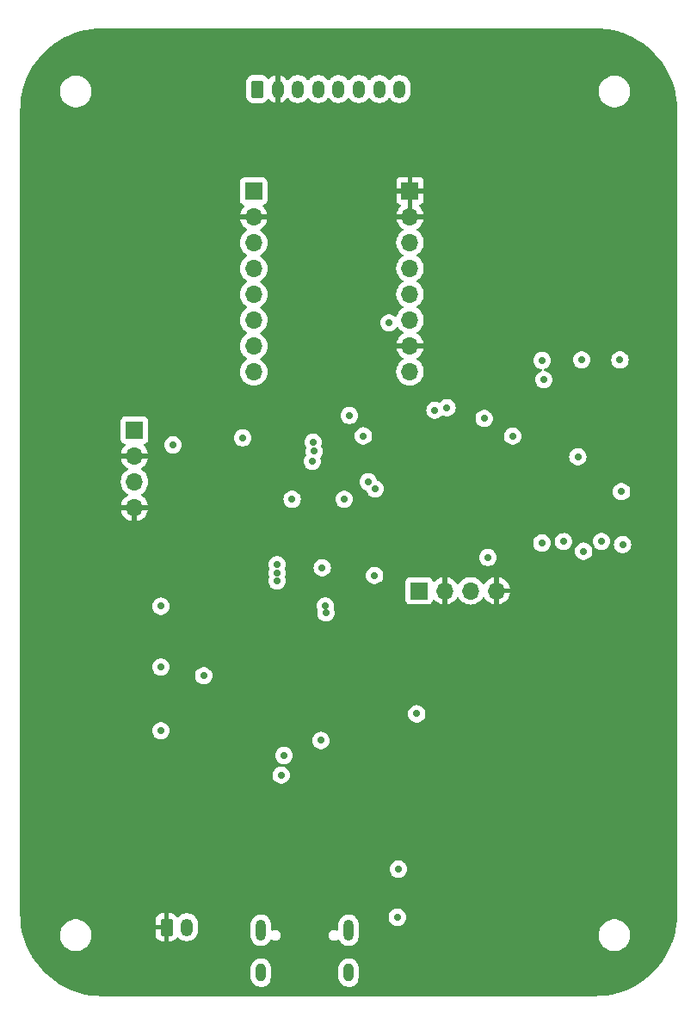
<source format=gbr>
%TF.GenerationSoftware,KiCad,Pcbnew,8.0.7*%
%TF.CreationDate,2025-02-18T20:15:04-05:00*%
%TF.ProjectId,RP2350_V1,52503233-3530-45f5-9631-2e6b69636164,1.0*%
%TF.SameCoordinates,Original*%
%TF.FileFunction,Copper,L3,Inr*%
%TF.FilePolarity,Positive*%
%FSLAX46Y46*%
G04 Gerber Fmt 4.6, Leading zero omitted, Abs format (unit mm)*
G04 Created by KiCad (PCBNEW 8.0.7) date 2025-02-18 20:15:04*
%MOMM*%
%LPD*%
G01*
G04 APERTURE LIST*
G04 Aperture macros list*
%AMRoundRect*
0 Rectangle with rounded corners*
0 $1 Rounding radius*
0 $2 $3 $4 $5 $6 $7 $8 $9 X,Y pos of 4 corners*
0 Add a 4 corners polygon primitive as box body*
4,1,4,$2,$3,$4,$5,$6,$7,$8,$9,$2,$3,0*
0 Add four circle primitives for the rounded corners*
1,1,$1+$1,$2,$3*
1,1,$1+$1,$4,$5*
1,1,$1+$1,$6,$7*
1,1,$1+$1,$8,$9*
0 Add four rect primitives between the rounded corners*
20,1,$1+$1,$2,$3,$4,$5,0*
20,1,$1+$1,$4,$5,$6,$7,0*
20,1,$1+$1,$6,$7,$8,$9,0*
20,1,$1+$1,$8,$9,$2,$3,0*%
G04 Aperture macros list end*
%TA.AperFunction,ComponentPad*%
%ADD10R,1.700000X1.700000*%
%TD*%
%TA.AperFunction,ComponentPad*%
%ADD11O,1.700000X1.700000*%
%TD*%
%TA.AperFunction,ComponentPad*%
%ADD12O,1.000000X2.100000*%
%TD*%
%TA.AperFunction,ComponentPad*%
%ADD13O,1.000000X1.800000*%
%TD*%
%TA.AperFunction,ComponentPad*%
%ADD14RoundRect,0.250000X-0.350000X-0.625000X0.350000X-0.625000X0.350000X0.625000X-0.350000X0.625000X0*%
%TD*%
%TA.AperFunction,ComponentPad*%
%ADD15O,1.200000X1.750000*%
%TD*%
%TA.AperFunction,HeatsinkPad*%
%ADD16C,0.800000*%
%TD*%
%TA.AperFunction,ViaPad*%
%ADD17C,0.700000*%
%TD*%
G04 APERTURE END LIST*
D10*
%TO.N,unconnected-(J4-Pin_1-Pad1)*%
%TO.C,J4*%
X137495000Y-47805000D03*
D11*
%TO.N,GND*%
X137495000Y-50345000D03*
%TO.N,/CS{slash}NSS*%
X137495000Y-52885000D03*
%TO.N,/SPI0_CLK*%
X137495000Y-55425000D03*
%TO.N,/SPI0_TX*%
X137495000Y-57965000D03*
%TO.N,/SPI0_RX*%
X137495000Y-60505000D03*
%TO.N,/uC_RESET*%
X137495000Y-63045000D03*
%TO.N,/uC_BUSY*%
X137495000Y-65585000D03*
%TD*%
D10*
%TO.N,GND*%
%TO.C,J2*%
X152880000Y-47770000D03*
D11*
X152880000Y-50310000D03*
%TO.N,unconnected-(J2-Pin_3-Pad3)*%
X152880000Y-52850000D03*
%TO.N,unconnected-(J2-Pin_4-Pad4)*%
X152880000Y-55390000D03*
%TO.N,unconnected-(J2-Pin_5-Pad5)*%
X152880000Y-57930000D03*
%TO.N,/DIO1*%
X152880000Y-60470000D03*
%TO.N,GND*%
X152880000Y-63010000D03*
%TO.N,+3V3*%
X152880000Y-65550000D03*
%TD*%
D12*
%TO.N,unconnected-(J3-SHIELD-PadS1)_3*%
%TO.C,J3*%
X138200000Y-120520000D03*
D13*
%TO.N,unconnected-(J3-SHIELD-PadS1)_1*%
X138200000Y-124700000D03*
D12*
%TO.N,unconnected-(J3-SHIELD-PadS1)_2*%
X146840000Y-120520000D03*
D13*
%TO.N,unconnected-(J3-SHIELD-PadS1)*%
X146840000Y-124700000D03*
%TD*%
D10*
%TO.N,/SWCLK*%
%TO.C,J1*%
X125775000Y-71310000D03*
D11*
%TO.N,GND*%
X125775000Y-73850000D03*
%TO.N,/SWD*%
X125775000Y-76390000D03*
%TO.N,GND*%
X125775000Y-78930000D03*
%TD*%
D14*
%TO.N,+3V3*%
%TO.C,J5*%
X137850000Y-37760000D03*
D15*
%TO.N,GND*%
X139850000Y-37760000D03*
%TO.N,/SPI1_TX*%
X141850000Y-37760000D03*
%TO.N,/SPI1_CLK*%
X143850000Y-37760000D03*
%TO.N,/SPI1_CS*%
X145850000Y-37760000D03*
%TO.N,/DISPLAY_DC*%
X147850000Y-37760000D03*
%TO.N,/DISPLAY_RESET*%
X149850000Y-37760000D03*
%TO.N,/DISPLAY_BUSY*%
X151850000Y-37760000D03*
%TD*%
%TO.N,/VBAT*%
%TO.C,J6*%
X130925000Y-120225000D03*
D14*
%TO.N,GND*%
X128925000Y-120225000D03*
%TD*%
D10*
%TO.N,/UART_Tx_DEBUG*%
%TO.C,J7*%
X153770000Y-87120000D03*
D11*
%TO.N,GND*%
X156310000Y-87120000D03*
%TO.N,/UART_Rx_DEBUG*%
X158850000Y-87120000D03*
%TO.N,GND*%
X161390000Y-87120000D03*
%TD*%
D16*
%TO.N,GND*%
%TO.C,U1*%
X146012500Y-83780000D03*
X146012500Y-82580000D03*
X146012500Y-81380000D03*
X144812500Y-83780000D03*
X144812500Y-82580000D03*
X144762500Y-81380000D03*
X143612500Y-83780000D03*
X143612500Y-82580000D03*
X143612500Y-81380000D03*
%TD*%
D17*
%TO.N,GND*%
X137990000Y-82300000D03*
X148902800Y-97867324D03*
X137275000Y-102225000D03*
X152853058Y-81043058D03*
X156535000Y-111485000D03*
X167820000Y-81160000D03*
X119440000Y-91550000D03*
X141490000Y-88650000D03*
X173380000Y-74750000D03*
X141125000Y-115920000D03*
X157150000Y-120775000D03*
X142300000Y-108640200D03*
X148080000Y-117560000D03*
X127925000Y-115650000D03*
X133800000Y-105420000D03*
X137400000Y-106000000D03*
X137990000Y-83290000D03*
X131075000Y-62400000D03*
X137387500Y-97487500D03*
X141500000Y-87590000D03*
X131300000Y-97310000D03*
X128130000Y-97610000D03*
X128122500Y-85647500D03*
X155930000Y-92645000D03*
X164000000Y-65550000D03*
X133810000Y-103330000D03*
X153100000Y-83575000D03*
X167800000Y-65575000D03*
X146350000Y-118380000D03*
X164200000Y-98010000D03*
X147925000Y-92875000D03*
X119420000Y-97710000D03*
X172980000Y-85950000D03*
X158340000Y-60130000D03*
X150390000Y-87570000D03*
X142750000Y-70000000D03*
X129270000Y-98790000D03*
X133720000Y-114175000D03*
X135590000Y-118820000D03*
X139837500Y-87637500D03*
X147490000Y-76570000D03*
X122175000Y-62400000D03*
X165410000Y-84640000D03*
X119440000Y-85450000D03*
X146175000Y-97875000D03*
X172960000Y-91980000D03*
X143422746Y-116949999D03*
X164132615Y-92075698D03*
X162950000Y-70475000D03*
X157150000Y-117975000D03*
X171600000Y-65575000D03*
X137770000Y-95760000D03*
X136625000Y-110690200D03*
X128070000Y-91550000D03*
X138874314Y-118425686D03*
X171550000Y-81100000D03*
X144375000Y-75690000D03*
X136775000Y-85165000D03*
X145570000Y-72060000D03*
X133820000Y-104350000D03*
X164890000Y-60200000D03*
X163925000Y-81175000D03*
X172980000Y-97890000D03*
%TO.N,+3V3*%
X149400000Y-85607200D03*
X139790000Y-84550000D03*
X171700000Y-82275000D03*
X148300000Y-71880000D03*
X141280000Y-78130000D03*
X173540000Y-64420000D03*
X167970000Y-82270000D03*
X169780000Y-64410000D03*
X139790000Y-85360000D03*
X144100000Y-101850000D03*
X165850000Y-82425000D03*
X165875000Y-64450000D03*
X146925000Y-69875000D03*
X153550000Y-99225000D03*
X146390000Y-78130000D03*
X173700000Y-77375000D03*
X139790000Y-86150000D03*
%TO.N,+1V1*%
X144532322Y-88617678D03*
X144600000Y-89300000D03*
X144240000Y-84850000D03*
%TO.N,/VBAT*%
X151625000Y-119250000D03*
%TO.N,/SWD*%
X143275000Y-74409534D03*
%TO.N,/SWCLK*%
X143450000Y-73400000D03*
%TO.N,/DIO1*%
X136410000Y-72075000D03*
X150825000Y-60775000D03*
%TO.N,/DISPLAY_RESET*%
X149450000Y-77100000D03*
X156520000Y-69100000D03*
%TO.N,/DISPLAY_BUSY*%
X148775000Y-76400000D03*
X155330000Y-69350000D03*
%TO.N,/RUN*%
X129550000Y-72775000D03*
X143334825Y-72507397D03*
%TO.N,/~{USB_BOOT}*%
X160175000Y-70175000D03*
X160525000Y-83850000D03*
%TO.N,Net-(R20-Pad2)*%
X128382500Y-88642500D03*
X166032500Y-66357500D03*
%TO.N,Net-(R23-Pad2)*%
X128380000Y-94630000D03*
X169975000Y-83225000D03*
%TO.N,Net-(R24-Pad2)*%
X128355000Y-100905000D03*
X173800000Y-82575000D03*
%TO.N,/BTN_MACRO_C*%
X169397500Y-73927500D03*
X162975000Y-71900000D03*
%TO.N,/Converter_In*%
X140200000Y-105250000D03*
X140475000Y-103325000D03*
%TO.N,/UVLO_RST*%
X132575000Y-95485000D03*
X151740000Y-114510000D03*
%TD*%
%TA.AperFunction,Conductor*%
%TO.N,GND*%
G36*
X153130000Y-49876988D02*
G01*
X153072993Y-49844075D01*
X152945826Y-49810000D01*
X152814174Y-49810000D01*
X152687007Y-49844075D01*
X152630000Y-49876988D01*
X152630000Y-48203012D01*
X152687007Y-48235925D01*
X152814174Y-48270000D01*
X152945826Y-48270000D01*
X153072993Y-48235925D01*
X153130000Y-48203012D01*
X153130000Y-49876988D01*
G37*
%TD.AperFunction*%
%TA.AperFunction,Conductor*%
G36*
X171114607Y-31761214D02*
G01*
X171140731Y-31762106D01*
X171658577Y-31779796D01*
X171667000Y-31780373D01*
X172206341Y-31835818D01*
X172214679Y-31836964D01*
X172665681Y-31914725D01*
X172748969Y-31929086D01*
X172757259Y-31930809D01*
X172880815Y-31960918D01*
X173284002Y-32059172D01*
X173292116Y-32061445D01*
X173663079Y-32179184D01*
X173808879Y-32225459D01*
X173816857Y-32228294D01*
X173999689Y-32300393D01*
X174321228Y-32427191D01*
X174328974Y-32430557D01*
X174818580Y-32663404D01*
X174826072Y-32667285D01*
X175023025Y-32778026D01*
X175298657Y-32933006D01*
X175305891Y-32937405D01*
X175759238Y-33234755D01*
X175766147Y-33239633D01*
X176198133Y-33567218D01*
X176204701Y-33572562D01*
X176613317Y-33928857D01*
X176619505Y-33934636D01*
X177002863Y-34317994D01*
X177008642Y-34324182D01*
X177364937Y-34732798D01*
X177370281Y-34739366D01*
X177697866Y-35171352D01*
X177702749Y-35178269D01*
X178000094Y-35631608D01*
X178004493Y-35638842D01*
X178270207Y-36111414D01*
X178274102Y-36118932D01*
X178506938Y-36608515D01*
X178510312Y-36616281D01*
X178709205Y-37120642D01*
X178712040Y-37128620D01*
X178876048Y-37645364D01*
X178878332Y-37653517D01*
X179006690Y-38180240D01*
X179008413Y-38188530D01*
X179100531Y-38722795D01*
X179101684Y-38731183D01*
X179157125Y-39270486D01*
X179157703Y-39278933D01*
X179176286Y-39822892D01*
X179176358Y-39827126D01*
X179176358Y-118933515D01*
X179176286Y-118937749D01*
X179157703Y-119481708D01*
X179157125Y-119490155D01*
X179101684Y-120029457D01*
X179100531Y-120037845D01*
X179008413Y-120572111D01*
X179006690Y-120580401D01*
X178878332Y-121107123D01*
X178876048Y-121115276D01*
X178712036Y-121632033D01*
X178709201Y-121640011D01*
X178682476Y-121707781D01*
X178510309Y-122144364D01*
X178506943Y-122152113D01*
X178274102Y-122641708D01*
X178270207Y-122649226D01*
X178004492Y-123121798D01*
X178000093Y-123129032D01*
X177702749Y-123582371D01*
X177697866Y-123589288D01*
X177370281Y-124021273D01*
X177364937Y-124027841D01*
X177008642Y-124436457D01*
X177002863Y-124442645D01*
X176619504Y-124826004D01*
X176613316Y-124831783D01*
X176204700Y-125188078D01*
X176198132Y-125193422D01*
X175766147Y-125521007D01*
X175759230Y-125525890D01*
X175305891Y-125823234D01*
X175298657Y-125827633D01*
X174826085Y-126093348D01*
X174818567Y-126097243D01*
X174328983Y-126330078D01*
X174321217Y-126333452D01*
X173816856Y-126532345D01*
X173808878Y-126535180D01*
X173292135Y-126699188D01*
X173283982Y-126701472D01*
X172757260Y-126829830D01*
X172748970Y-126831553D01*
X172214703Y-126923671D01*
X172206315Y-126924824D01*
X171667013Y-126980265D01*
X171658566Y-126980843D01*
X171388094Y-126990083D01*
X171114533Y-126999428D01*
X171110331Y-126999500D01*
X122589626Y-126999500D01*
X122585392Y-126999428D01*
X122041432Y-126980845D01*
X122032986Y-126980267D01*
X121493682Y-126924826D01*
X121485293Y-126923673D01*
X120951025Y-126831555D01*
X120942736Y-126829832D01*
X120416014Y-126701475D01*
X120407860Y-126699191D01*
X119891115Y-126535183D01*
X119883137Y-126532348D01*
X119378774Y-126333454D01*
X119371008Y-126330080D01*
X118881416Y-126097241D01*
X118873899Y-126093346D01*
X118401338Y-125827640D01*
X118394103Y-125823241D01*
X118394092Y-125823234D01*
X117940753Y-125525890D01*
X117933840Y-125521010D01*
X117508604Y-125198543D01*
X137199499Y-125198543D01*
X137237947Y-125391829D01*
X137237950Y-125391839D01*
X137313364Y-125573907D01*
X137313371Y-125573920D01*
X137422860Y-125737781D01*
X137422863Y-125737785D01*
X137562214Y-125877136D01*
X137562218Y-125877139D01*
X137726079Y-125986628D01*
X137726092Y-125986635D01*
X137908160Y-126062049D01*
X137908165Y-126062051D01*
X137908169Y-126062051D01*
X137908170Y-126062052D01*
X138101456Y-126100500D01*
X138101459Y-126100500D01*
X138298543Y-126100500D01*
X138428582Y-126074632D01*
X138491835Y-126062051D01*
X138673914Y-125986632D01*
X138837782Y-125877139D01*
X138977139Y-125737782D01*
X139086632Y-125573914D01*
X139162051Y-125391835D01*
X139200500Y-125198543D01*
X145839499Y-125198543D01*
X145877947Y-125391829D01*
X145877950Y-125391839D01*
X145953364Y-125573907D01*
X145953371Y-125573920D01*
X146062860Y-125737781D01*
X146062863Y-125737785D01*
X146202214Y-125877136D01*
X146202218Y-125877139D01*
X146366079Y-125986628D01*
X146366092Y-125986635D01*
X146548160Y-126062049D01*
X146548165Y-126062051D01*
X146548169Y-126062051D01*
X146548170Y-126062052D01*
X146741456Y-126100500D01*
X146741459Y-126100500D01*
X146938543Y-126100500D01*
X147068582Y-126074632D01*
X147131835Y-126062051D01*
X147313914Y-125986632D01*
X147477782Y-125877139D01*
X147617139Y-125737782D01*
X147726632Y-125573914D01*
X147802051Y-125391835D01*
X147840500Y-125198541D01*
X147840500Y-124201459D01*
X147840500Y-124201456D01*
X147802052Y-124008170D01*
X147802051Y-124008169D01*
X147802051Y-124008165D01*
X147802049Y-124008160D01*
X147726635Y-123826092D01*
X147726628Y-123826079D01*
X147617139Y-123662218D01*
X147617136Y-123662214D01*
X147477785Y-123522863D01*
X147477781Y-123522860D01*
X147313920Y-123413371D01*
X147313907Y-123413364D01*
X147131839Y-123337950D01*
X147131829Y-123337947D01*
X146938543Y-123299500D01*
X146938541Y-123299500D01*
X146741459Y-123299500D01*
X146741457Y-123299500D01*
X146548170Y-123337947D01*
X146548160Y-123337950D01*
X146366092Y-123413364D01*
X146366079Y-123413371D01*
X146202218Y-123522860D01*
X146202214Y-123522863D01*
X146062863Y-123662214D01*
X146062860Y-123662218D01*
X145953371Y-123826079D01*
X145953364Y-123826092D01*
X145877950Y-124008160D01*
X145877947Y-124008170D01*
X145839500Y-124201456D01*
X145839500Y-124201459D01*
X145839500Y-125198541D01*
X145839500Y-125198543D01*
X145839499Y-125198543D01*
X139200500Y-125198543D01*
X139200500Y-125198541D01*
X139200500Y-124201459D01*
X139200500Y-124201456D01*
X139162052Y-124008170D01*
X139162051Y-124008169D01*
X139162051Y-124008165D01*
X139162049Y-124008160D01*
X139086635Y-123826092D01*
X139086628Y-123826079D01*
X138977139Y-123662218D01*
X138977136Y-123662214D01*
X138837785Y-123522863D01*
X138837781Y-123522860D01*
X138673920Y-123413371D01*
X138673907Y-123413364D01*
X138491839Y-123337950D01*
X138491829Y-123337947D01*
X138298543Y-123299500D01*
X138298541Y-123299500D01*
X138101459Y-123299500D01*
X138101457Y-123299500D01*
X137908170Y-123337947D01*
X137908160Y-123337950D01*
X137726092Y-123413364D01*
X137726079Y-123413371D01*
X137562218Y-123522860D01*
X137562214Y-123522863D01*
X137422863Y-123662214D01*
X137422860Y-123662218D01*
X137313371Y-123826079D01*
X137313364Y-123826092D01*
X137237950Y-124008160D01*
X137237947Y-124008170D01*
X137199500Y-124201456D01*
X137199500Y-124201459D01*
X137199500Y-125198541D01*
X137199500Y-125198543D01*
X137199499Y-125198543D01*
X117508604Y-125198543D01*
X117501863Y-125193431D01*
X117495295Y-125188088D01*
X117086667Y-124831785D01*
X117080479Y-124826006D01*
X116697112Y-124442642D01*
X116691333Y-124436453D01*
X116335049Y-124027851D01*
X116329705Y-124021283D01*
X116002101Y-123589274D01*
X115997219Y-123582358D01*
X115958194Y-123522860D01*
X115699880Y-123129031D01*
X115695490Y-123121813D01*
X115639601Y-123022415D01*
X115429760Y-122649216D01*
X115425878Y-122641724D01*
X115193026Y-122152110D01*
X115189663Y-122144366D01*
X114990757Y-121639981D01*
X114987941Y-121632060D01*
X114823913Y-121115258D01*
X114821640Y-121107144D01*
X114765792Y-120877973D01*
X118449500Y-120877973D01*
X118449500Y-121122026D01*
X118484445Y-121342661D01*
X118487679Y-121363076D01*
X118563096Y-121595185D01*
X118620468Y-121707785D01*
X118673896Y-121812642D01*
X118817339Y-122010076D01*
X118817343Y-122010081D01*
X118989918Y-122182656D01*
X118989923Y-122182660D01*
X119162136Y-122307779D01*
X119187361Y-122326106D01*
X119404815Y-122436904D01*
X119636924Y-122512321D01*
X119877973Y-122550500D01*
X119877974Y-122550500D01*
X120122026Y-122550500D01*
X120122027Y-122550500D01*
X120363076Y-122512321D01*
X120595185Y-122436904D01*
X120812639Y-122326106D01*
X121010083Y-122182655D01*
X121182655Y-122010083D01*
X121326106Y-121812639D01*
X121436904Y-121595185D01*
X121512321Y-121363076D01*
X121550500Y-121122027D01*
X121550500Y-120877973D01*
X121512321Y-120636924D01*
X121436904Y-120404815D01*
X121326106Y-120187361D01*
X121235992Y-120063329D01*
X121182660Y-119989923D01*
X121182656Y-119989918D01*
X121010081Y-119817343D01*
X121010076Y-119817339D01*
X120812642Y-119673896D01*
X120812641Y-119673895D01*
X120812639Y-119673894D01*
X120595185Y-119563096D01*
X120554920Y-119550013D01*
X127825000Y-119550013D01*
X127825000Y-119975000D01*
X128644670Y-119975000D01*
X128624925Y-119994745D01*
X128575556Y-120080255D01*
X128550000Y-120175630D01*
X128550000Y-120274370D01*
X128575556Y-120369745D01*
X128624925Y-120455255D01*
X128644670Y-120475000D01*
X127825001Y-120475000D01*
X127825001Y-120899986D01*
X127835494Y-121002697D01*
X127890641Y-121169119D01*
X127890643Y-121169124D01*
X127982684Y-121318345D01*
X128106654Y-121442315D01*
X128255875Y-121534356D01*
X128255880Y-121534358D01*
X128422302Y-121589505D01*
X128422309Y-121589506D01*
X128525019Y-121599999D01*
X128674999Y-121599999D01*
X128675000Y-121599998D01*
X128675000Y-120505330D01*
X128694745Y-120525075D01*
X128780255Y-120574444D01*
X128875630Y-120600000D01*
X128974370Y-120600000D01*
X129069745Y-120574444D01*
X129155255Y-120525075D01*
X129175000Y-120505330D01*
X129175000Y-121599999D01*
X129324972Y-121599999D01*
X129324986Y-121599998D01*
X129427697Y-121589505D01*
X129594119Y-121534358D01*
X129594124Y-121534356D01*
X129743345Y-121442315D01*
X129867315Y-121318345D01*
X129906945Y-121254094D01*
X129958893Y-121207368D01*
X130027855Y-121196145D01*
X130091937Y-121223988D01*
X130100166Y-121231508D01*
X130208072Y-121339414D01*
X130348212Y-121441232D01*
X130502555Y-121519873D01*
X130667299Y-121573402D01*
X130838389Y-121600500D01*
X130838390Y-121600500D01*
X131011610Y-121600500D01*
X131011611Y-121600500D01*
X131182701Y-121573402D01*
X131347445Y-121519873D01*
X131501788Y-121441232D01*
X131641928Y-121339414D01*
X131764414Y-121216928D01*
X131799568Y-121168543D01*
X137199499Y-121168543D01*
X137237947Y-121361829D01*
X137237950Y-121361839D01*
X137313364Y-121543907D01*
X137313371Y-121543920D01*
X137422860Y-121707781D01*
X137422863Y-121707785D01*
X137562214Y-121847136D01*
X137562218Y-121847139D01*
X137726079Y-121956628D01*
X137726092Y-121956635D01*
X137855112Y-122010076D01*
X137908165Y-122032051D01*
X137908169Y-122032051D01*
X137908170Y-122032052D01*
X138101456Y-122070500D01*
X138101459Y-122070500D01*
X138298543Y-122070500D01*
X138428582Y-122044632D01*
X138491835Y-122032051D01*
X138673914Y-121956632D01*
X138837782Y-121847139D01*
X138977139Y-121707782D01*
X139086632Y-121543914D01*
X139110544Y-121486182D01*
X139154384Y-121431782D01*
X139220678Y-121409716D01*
X139288377Y-121426995D01*
X139300334Y-121436283D01*
X139300890Y-121435559D01*
X139307333Y-121440503D01*
X139307335Y-121440505D01*
X139427164Y-121509688D01*
X139560817Y-121545500D01*
X139560819Y-121545500D01*
X139699181Y-121545500D01*
X139699183Y-121545500D01*
X139832836Y-121509688D01*
X139952665Y-121440505D01*
X140050505Y-121342665D01*
X140119688Y-121222836D01*
X140155500Y-121089183D01*
X140155500Y-120950817D01*
X144884500Y-120950817D01*
X144884500Y-121089183D01*
X144918730Y-121216929D01*
X144920312Y-121222835D01*
X144920313Y-121222838D01*
X144989492Y-121342661D01*
X144989494Y-121342664D01*
X144989495Y-121342665D01*
X145087335Y-121440505D01*
X145207164Y-121509688D01*
X145340817Y-121545500D01*
X145340819Y-121545500D01*
X145479181Y-121545500D01*
X145479183Y-121545500D01*
X145612836Y-121509688D01*
X145732665Y-121440505D01*
X145732669Y-121440500D01*
X145739110Y-121435559D01*
X145741238Y-121438333D01*
X145788331Y-121412516D01*
X145858031Y-121417382D01*
X145914035Y-121459159D01*
X145929455Y-121486184D01*
X145953366Y-121543910D01*
X145953371Y-121543920D01*
X146062860Y-121707781D01*
X146062863Y-121707785D01*
X146202214Y-121847136D01*
X146202218Y-121847139D01*
X146366079Y-121956628D01*
X146366092Y-121956635D01*
X146495112Y-122010076D01*
X146548165Y-122032051D01*
X146548169Y-122032051D01*
X146548170Y-122032052D01*
X146741456Y-122070500D01*
X146741459Y-122070500D01*
X146938543Y-122070500D01*
X147068582Y-122044632D01*
X147131835Y-122032051D01*
X147313914Y-121956632D01*
X147477782Y-121847139D01*
X147617139Y-121707782D01*
X147726632Y-121543914D01*
X147802051Y-121361835D01*
X147840500Y-121168541D01*
X147840500Y-120877973D01*
X171449500Y-120877973D01*
X171449500Y-121122026D01*
X171484445Y-121342661D01*
X171487679Y-121363076D01*
X171563096Y-121595185D01*
X171620468Y-121707785D01*
X171673896Y-121812642D01*
X171817339Y-122010076D01*
X171817343Y-122010081D01*
X171989918Y-122182656D01*
X171989923Y-122182660D01*
X172162136Y-122307779D01*
X172187361Y-122326106D01*
X172404815Y-122436904D01*
X172636924Y-122512321D01*
X172877973Y-122550500D01*
X172877974Y-122550500D01*
X173122026Y-122550500D01*
X173122027Y-122550500D01*
X173363076Y-122512321D01*
X173595185Y-122436904D01*
X173812639Y-122326106D01*
X174010083Y-122182655D01*
X174182655Y-122010083D01*
X174326106Y-121812639D01*
X174436904Y-121595185D01*
X174512321Y-121363076D01*
X174550500Y-121122027D01*
X174550500Y-120877973D01*
X174512321Y-120636924D01*
X174436904Y-120404815D01*
X174326106Y-120187361D01*
X174235992Y-120063329D01*
X174182660Y-119989923D01*
X174182656Y-119989918D01*
X174010081Y-119817343D01*
X174010076Y-119817339D01*
X173812642Y-119673896D01*
X173812641Y-119673895D01*
X173812639Y-119673894D01*
X173595185Y-119563096D01*
X173363076Y-119487679D01*
X173363074Y-119487678D01*
X173363072Y-119487678D01*
X173194769Y-119461021D01*
X173122027Y-119449500D01*
X172877973Y-119449500D01*
X172822093Y-119458350D01*
X172636927Y-119487678D01*
X172404812Y-119563097D01*
X172187357Y-119673896D01*
X171989923Y-119817339D01*
X171989918Y-119817343D01*
X171817343Y-119989918D01*
X171817339Y-119989923D01*
X171673896Y-120187357D01*
X171563097Y-120404812D01*
X171563096Y-120404814D01*
X171563096Y-120404815D01*
X171527801Y-120513441D01*
X171487678Y-120636927D01*
X171449500Y-120877973D01*
X147840500Y-120877973D01*
X147840500Y-119871459D01*
X147840500Y-119871456D01*
X147802052Y-119678170D01*
X147802051Y-119678169D01*
X147802051Y-119678165D01*
X147800282Y-119673894D01*
X147726635Y-119496092D01*
X147726628Y-119496079D01*
X147617139Y-119332218D01*
X147617136Y-119332214D01*
X147534922Y-119250000D01*
X150769815Y-119250000D01*
X150788503Y-119427805D01*
X150788504Y-119427807D01*
X150843747Y-119597829D01*
X150843750Y-119597835D01*
X150933141Y-119752665D01*
X150974812Y-119798946D01*
X151052764Y-119885521D01*
X151052767Y-119885523D01*
X151052770Y-119885526D01*
X151197407Y-119990612D01*
X151360733Y-120063329D01*
X151535609Y-120100500D01*
X151535610Y-120100500D01*
X151714389Y-120100500D01*
X151714391Y-120100500D01*
X151889267Y-120063329D01*
X152052593Y-119990612D01*
X152197230Y-119885526D01*
X152316859Y-119752665D01*
X152406250Y-119597835D01*
X152461497Y-119427803D01*
X152480185Y-119250000D01*
X152461497Y-119072197D01*
X152417128Y-118935644D01*
X152406252Y-118902170D01*
X152406249Y-118902164D01*
X152398100Y-118888049D01*
X152316859Y-118747335D01*
X152270003Y-118695296D01*
X152197235Y-118614478D01*
X152197232Y-118614476D01*
X152197231Y-118614475D01*
X152197230Y-118614474D01*
X152052593Y-118509388D01*
X151889267Y-118436671D01*
X151889265Y-118436670D01*
X151761594Y-118409533D01*
X151714391Y-118399500D01*
X151535609Y-118399500D01*
X151504954Y-118406015D01*
X151360733Y-118436670D01*
X151360728Y-118436672D01*
X151197408Y-118509387D01*
X151052768Y-118614475D01*
X150933140Y-118747336D01*
X150843750Y-118902164D01*
X150843747Y-118902170D01*
X150788504Y-119072192D01*
X150788503Y-119072194D01*
X150769815Y-119250000D01*
X147534922Y-119250000D01*
X147477785Y-119192863D01*
X147477781Y-119192860D01*
X147313920Y-119083371D01*
X147313907Y-119083364D01*
X147131839Y-119007950D01*
X147131829Y-119007947D01*
X146938543Y-118969500D01*
X146938541Y-118969500D01*
X146741459Y-118969500D01*
X146741457Y-118969500D01*
X146548170Y-119007947D01*
X146548160Y-119007950D01*
X146366092Y-119083364D01*
X146366079Y-119083371D01*
X146202218Y-119192860D01*
X146202214Y-119192863D01*
X146062863Y-119332214D01*
X146062860Y-119332218D01*
X145953371Y-119496079D01*
X145953364Y-119496092D01*
X145877950Y-119678160D01*
X145877947Y-119678170D01*
X145839500Y-119871456D01*
X145839500Y-120446402D01*
X145819815Y-120513441D01*
X145767011Y-120559196D01*
X145697853Y-120569140D01*
X145653501Y-120553789D01*
X145612842Y-120530315D01*
X145612838Y-120530313D01*
X145612836Y-120530312D01*
X145479183Y-120494500D01*
X145340817Y-120494500D01*
X145207164Y-120530312D01*
X145207161Y-120530313D01*
X145087338Y-120599492D01*
X145087333Y-120599496D01*
X144989496Y-120697333D01*
X144989492Y-120697338D01*
X144920313Y-120817161D01*
X144920312Y-120817164D01*
X144884500Y-120950817D01*
X140155500Y-120950817D01*
X140119688Y-120817164D01*
X140050505Y-120697335D01*
X139952665Y-120599495D01*
X139952664Y-120599494D01*
X139952661Y-120599492D01*
X139832838Y-120530313D01*
X139832837Y-120530312D01*
X139832836Y-120530312D01*
X139699183Y-120494500D01*
X139560817Y-120494500D01*
X139427164Y-120530312D01*
X139427157Y-120530315D01*
X139386499Y-120553789D01*
X139318599Y-120570262D01*
X139252572Y-120547409D01*
X139209382Y-120492488D01*
X139200500Y-120446402D01*
X139200500Y-119871456D01*
X139162052Y-119678170D01*
X139162051Y-119678169D01*
X139162051Y-119678165D01*
X139160282Y-119673894D01*
X139086635Y-119496092D01*
X139086628Y-119496079D01*
X138977139Y-119332218D01*
X138977136Y-119332214D01*
X138837785Y-119192863D01*
X138837781Y-119192860D01*
X138673920Y-119083371D01*
X138673907Y-119083364D01*
X138491839Y-119007950D01*
X138491829Y-119007947D01*
X138298543Y-118969500D01*
X138298541Y-118969500D01*
X138101459Y-118969500D01*
X138101457Y-118969500D01*
X137908170Y-119007947D01*
X137908160Y-119007950D01*
X137726092Y-119083364D01*
X137726079Y-119083371D01*
X137562218Y-119192860D01*
X137562214Y-119192863D01*
X137422863Y-119332214D01*
X137422860Y-119332218D01*
X137313371Y-119496079D01*
X137313364Y-119496092D01*
X137237950Y-119678160D01*
X137237947Y-119678170D01*
X137199500Y-119871456D01*
X137199500Y-119871459D01*
X137199500Y-121168541D01*
X137199500Y-121168543D01*
X137199499Y-121168543D01*
X131799568Y-121168543D01*
X131866232Y-121076788D01*
X131944873Y-120922445D01*
X131998402Y-120757701D01*
X132025500Y-120586611D01*
X132025500Y-119863389D01*
X131998402Y-119692299D01*
X131944873Y-119527555D01*
X131866232Y-119373212D01*
X131764414Y-119233072D01*
X131641928Y-119110586D01*
X131501788Y-119008768D01*
X131347445Y-118930127D01*
X131182701Y-118876598D01*
X131182699Y-118876597D01*
X131182698Y-118876597D01*
X131051271Y-118855781D01*
X131011611Y-118849500D01*
X130838389Y-118849500D01*
X130798728Y-118855781D01*
X130667302Y-118876597D01*
X130502552Y-118930128D01*
X130348211Y-119008768D01*
X130208073Y-119110585D01*
X130100166Y-119218492D01*
X130038843Y-119251976D01*
X129969151Y-119246992D01*
X129913218Y-119205120D01*
X129906946Y-119195906D01*
X129867317Y-119131656D01*
X129743345Y-119007684D01*
X129594124Y-118915643D01*
X129594119Y-118915641D01*
X129427697Y-118860494D01*
X129427690Y-118860493D01*
X129324986Y-118850000D01*
X129175000Y-118850000D01*
X129175000Y-119944670D01*
X129155255Y-119924925D01*
X129069745Y-119875556D01*
X128974370Y-119850000D01*
X128875630Y-119850000D01*
X128780255Y-119875556D01*
X128694745Y-119924925D01*
X128675000Y-119944670D01*
X128675000Y-118850000D01*
X128525027Y-118850000D01*
X128525012Y-118850001D01*
X128422302Y-118860494D01*
X128255880Y-118915641D01*
X128255875Y-118915643D01*
X128106654Y-119007684D01*
X127982684Y-119131654D01*
X127890643Y-119280875D01*
X127890641Y-119280880D01*
X127835494Y-119447302D01*
X127835493Y-119447309D01*
X127825000Y-119550013D01*
X120554920Y-119550013D01*
X120363076Y-119487679D01*
X120363074Y-119487678D01*
X120363072Y-119487678D01*
X120194769Y-119461021D01*
X120122027Y-119449500D01*
X119877973Y-119449500D01*
X119822093Y-119458350D01*
X119636927Y-119487678D01*
X119404812Y-119563097D01*
X119187357Y-119673896D01*
X118989923Y-119817339D01*
X118989918Y-119817343D01*
X118817343Y-119989918D01*
X118817339Y-119989923D01*
X118673896Y-120187357D01*
X118563097Y-120404812D01*
X118563096Y-120404814D01*
X118563096Y-120404815D01*
X118527801Y-120513441D01*
X118487678Y-120636927D01*
X118449500Y-120877973D01*
X114765792Y-120877973D01*
X114693269Y-120580379D01*
X114691555Y-120572135D01*
X114599433Y-120037845D01*
X114598280Y-120029460D01*
X114579830Y-119850000D01*
X114542833Y-119490144D01*
X114542256Y-119481706D01*
X114540414Y-119427803D01*
X114523714Y-118938976D01*
X114523642Y-118934742D01*
X114523642Y-114510000D01*
X150884815Y-114510000D01*
X150903503Y-114687805D01*
X150903504Y-114687807D01*
X150958747Y-114857829D01*
X150958750Y-114857835D01*
X151048141Y-115012665D01*
X151089812Y-115058946D01*
X151167764Y-115145521D01*
X151167767Y-115145523D01*
X151167770Y-115145526D01*
X151312407Y-115250612D01*
X151475733Y-115323329D01*
X151650609Y-115360500D01*
X151650610Y-115360500D01*
X151829389Y-115360500D01*
X151829391Y-115360500D01*
X152004267Y-115323329D01*
X152167593Y-115250612D01*
X152312230Y-115145526D01*
X152431859Y-115012665D01*
X152521250Y-114857835D01*
X152576497Y-114687803D01*
X152595185Y-114510000D01*
X152576497Y-114332197D01*
X152521250Y-114162165D01*
X152431859Y-114007335D01*
X152385003Y-113955296D01*
X152312235Y-113874478D01*
X152312232Y-113874476D01*
X152312231Y-113874475D01*
X152312230Y-113874474D01*
X152167593Y-113769388D01*
X152004267Y-113696671D01*
X152004265Y-113696670D01*
X151876594Y-113669533D01*
X151829391Y-113659500D01*
X151650609Y-113659500D01*
X151619954Y-113666015D01*
X151475733Y-113696670D01*
X151475728Y-113696672D01*
X151312408Y-113769387D01*
X151167768Y-113874475D01*
X151048140Y-114007336D01*
X150958750Y-114162164D01*
X150958747Y-114162170D01*
X150903504Y-114332192D01*
X150903503Y-114332194D01*
X150884815Y-114510000D01*
X114523642Y-114510000D01*
X114523642Y-105250000D01*
X139344815Y-105250000D01*
X139363503Y-105427805D01*
X139363504Y-105427807D01*
X139418747Y-105597829D01*
X139418750Y-105597835D01*
X139508141Y-105752665D01*
X139549812Y-105798946D01*
X139627764Y-105885521D01*
X139627767Y-105885523D01*
X139627770Y-105885526D01*
X139772407Y-105990612D01*
X139935733Y-106063329D01*
X140110609Y-106100500D01*
X140110610Y-106100500D01*
X140289389Y-106100500D01*
X140289391Y-106100500D01*
X140464267Y-106063329D01*
X140627593Y-105990612D01*
X140772230Y-105885526D01*
X140891859Y-105752665D01*
X140981250Y-105597835D01*
X141036497Y-105427803D01*
X141055185Y-105250000D01*
X141036497Y-105072197D01*
X140981250Y-104902165D01*
X140891859Y-104747335D01*
X140845003Y-104695296D01*
X140772235Y-104614478D01*
X140772232Y-104614476D01*
X140772231Y-104614475D01*
X140772230Y-104614474D01*
X140627593Y-104509388D01*
X140464267Y-104436671D01*
X140464265Y-104436670D01*
X140389553Y-104420790D01*
X140328071Y-104387598D01*
X140323150Y-104378687D01*
X140269101Y-104399141D01*
X140259666Y-104399500D01*
X140110609Y-104399500D01*
X140079954Y-104406015D01*
X139935733Y-104436670D01*
X139935728Y-104436672D01*
X139772408Y-104509387D01*
X139627768Y-104614475D01*
X139508140Y-104747336D01*
X139418750Y-104902164D01*
X139418747Y-104902170D01*
X139363504Y-105072192D01*
X139363503Y-105072194D01*
X139344815Y-105250000D01*
X114523642Y-105250000D01*
X114523642Y-103325000D01*
X139619815Y-103325000D01*
X139638503Y-103502805D01*
X139638504Y-103502807D01*
X139693747Y-103672829D01*
X139693750Y-103672835D01*
X139783141Y-103827665D01*
X139824812Y-103873946D01*
X139902764Y-103960521D01*
X139902767Y-103960523D01*
X139902770Y-103960526D01*
X140047407Y-104065612D01*
X140210733Y-104138329D01*
X140267604Y-104150417D01*
X140285447Y-104154210D01*
X140346929Y-104187402D01*
X140351849Y-104196312D01*
X140405899Y-104175859D01*
X140415334Y-104175500D01*
X140564389Y-104175500D01*
X140564391Y-104175500D01*
X140739267Y-104138329D01*
X140902593Y-104065612D01*
X141047230Y-103960526D01*
X141166859Y-103827665D01*
X141256250Y-103672835D01*
X141311497Y-103502803D01*
X141330185Y-103325000D01*
X141311497Y-103147197D01*
X141256250Y-102977165D01*
X141166859Y-102822335D01*
X141120003Y-102770296D01*
X141047235Y-102689478D01*
X141047232Y-102689476D01*
X141047231Y-102689475D01*
X141047230Y-102689474D01*
X140902593Y-102584388D01*
X140739267Y-102511671D01*
X140739265Y-102511670D01*
X140611594Y-102484533D01*
X140564391Y-102474500D01*
X140385609Y-102474500D01*
X140354954Y-102481015D01*
X140210733Y-102511670D01*
X140210728Y-102511672D01*
X140047408Y-102584387D01*
X139902768Y-102689475D01*
X139783140Y-102822336D01*
X139693750Y-102977164D01*
X139693747Y-102977170D01*
X139638504Y-103147192D01*
X139638503Y-103147194D01*
X139619815Y-103325000D01*
X114523642Y-103325000D01*
X114523642Y-101850000D01*
X143244815Y-101850000D01*
X143263503Y-102027805D01*
X143263504Y-102027807D01*
X143318747Y-102197829D01*
X143318750Y-102197835D01*
X143408141Y-102352665D01*
X143449812Y-102398946D01*
X143527764Y-102485521D01*
X143527767Y-102485523D01*
X143527770Y-102485526D01*
X143672407Y-102590612D01*
X143835733Y-102663329D01*
X144010609Y-102700500D01*
X144010610Y-102700500D01*
X144189389Y-102700500D01*
X144189391Y-102700500D01*
X144364267Y-102663329D01*
X144527593Y-102590612D01*
X144672230Y-102485526D01*
X144791859Y-102352665D01*
X144881250Y-102197835D01*
X144936497Y-102027803D01*
X144955185Y-101850000D01*
X144936497Y-101672197D01*
X144908873Y-101587181D01*
X144881252Y-101502170D01*
X144881249Y-101502164D01*
X144826689Y-101407663D01*
X144791859Y-101347335D01*
X144706771Y-101252835D01*
X144672235Y-101214478D01*
X144672232Y-101214476D01*
X144672231Y-101214475D01*
X144672230Y-101214474D01*
X144527593Y-101109388D01*
X144364267Y-101036671D01*
X144364265Y-101036670D01*
X144236594Y-101009533D01*
X144189391Y-100999500D01*
X144010609Y-100999500D01*
X143979954Y-101006015D01*
X143835733Y-101036670D01*
X143835728Y-101036672D01*
X143672408Y-101109387D01*
X143527768Y-101214475D01*
X143408140Y-101347336D01*
X143318750Y-101502164D01*
X143318747Y-101502170D01*
X143263504Y-101672192D01*
X143263503Y-101672194D01*
X143244815Y-101850000D01*
X114523642Y-101850000D01*
X114523642Y-100905000D01*
X127499815Y-100905000D01*
X127518503Y-101082805D01*
X127518504Y-101082807D01*
X127573747Y-101252829D01*
X127573750Y-101252835D01*
X127663141Y-101407665D01*
X127704812Y-101453946D01*
X127782764Y-101540521D01*
X127782767Y-101540523D01*
X127782770Y-101540526D01*
X127927407Y-101645612D01*
X128090733Y-101718329D01*
X128265609Y-101755500D01*
X128265610Y-101755500D01*
X128444389Y-101755500D01*
X128444391Y-101755500D01*
X128619267Y-101718329D01*
X128782593Y-101645612D01*
X128927230Y-101540526D01*
X129046859Y-101407665D01*
X129136250Y-101252835D01*
X129191497Y-101082803D01*
X129210185Y-100905000D01*
X129191497Y-100727197D01*
X129136250Y-100557165D01*
X129046859Y-100402335D01*
X129000003Y-100350296D01*
X128927235Y-100269478D01*
X128927232Y-100269476D01*
X128927231Y-100269475D01*
X128927230Y-100269474D01*
X128782593Y-100164388D01*
X128619267Y-100091671D01*
X128619265Y-100091670D01*
X128491594Y-100064533D01*
X128444391Y-100054500D01*
X128265609Y-100054500D01*
X128234954Y-100061015D01*
X128090733Y-100091670D01*
X128090728Y-100091672D01*
X127927408Y-100164387D01*
X127782768Y-100269475D01*
X127663140Y-100402336D01*
X127573750Y-100557164D01*
X127573747Y-100557170D01*
X127518504Y-100727192D01*
X127518503Y-100727194D01*
X127499815Y-100905000D01*
X114523642Y-100905000D01*
X114523642Y-99225000D01*
X152694815Y-99225000D01*
X152713503Y-99402805D01*
X152713504Y-99402807D01*
X152768747Y-99572829D01*
X152768750Y-99572835D01*
X152858141Y-99727665D01*
X152899812Y-99773946D01*
X152977764Y-99860521D01*
X152977767Y-99860523D01*
X152977770Y-99860526D01*
X153122407Y-99965612D01*
X153285733Y-100038329D01*
X153460609Y-100075500D01*
X153460610Y-100075500D01*
X153639389Y-100075500D01*
X153639391Y-100075500D01*
X153814267Y-100038329D01*
X153977593Y-99965612D01*
X154122230Y-99860526D01*
X154241859Y-99727665D01*
X154331250Y-99572835D01*
X154386497Y-99402803D01*
X154405185Y-99225000D01*
X154386497Y-99047197D01*
X154331250Y-98877165D01*
X154241859Y-98722335D01*
X154195003Y-98670296D01*
X154122235Y-98589478D01*
X154122232Y-98589476D01*
X154122231Y-98589475D01*
X154122230Y-98589474D01*
X153977593Y-98484388D01*
X153814267Y-98411671D01*
X153814265Y-98411670D01*
X153686594Y-98384533D01*
X153639391Y-98374500D01*
X153460609Y-98374500D01*
X153429954Y-98381015D01*
X153285733Y-98411670D01*
X153285728Y-98411672D01*
X153122408Y-98484387D01*
X152977768Y-98589475D01*
X152858140Y-98722336D01*
X152768750Y-98877164D01*
X152768747Y-98877170D01*
X152713504Y-99047192D01*
X152713503Y-99047194D01*
X152694815Y-99225000D01*
X114523642Y-99225000D01*
X114523642Y-95485000D01*
X131719815Y-95485000D01*
X131738503Y-95662805D01*
X131738504Y-95662807D01*
X131793747Y-95832829D01*
X131793750Y-95832835D01*
X131883141Y-95987665D01*
X131924812Y-96033946D01*
X132002764Y-96120521D01*
X132002767Y-96120523D01*
X132002770Y-96120526D01*
X132147407Y-96225612D01*
X132310733Y-96298329D01*
X132485609Y-96335500D01*
X132485610Y-96335500D01*
X132664389Y-96335500D01*
X132664391Y-96335500D01*
X132839267Y-96298329D01*
X133002593Y-96225612D01*
X133147230Y-96120526D01*
X133266859Y-95987665D01*
X133356250Y-95832835D01*
X133411497Y-95662803D01*
X133430185Y-95485000D01*
X133411497Y-95307197D01*
X133356250Y-95137165D01*
X133266859Y-94982335D01*
X133220003Y-94930296D01*
X133147235Y-94849478D01*
X133147232Y-94849476D01*
X133147231Y-94849475D01*
X133147230Y-94849474D01*
X133002593Y-94744388D01*
X132839267Y-94671671D01*
X132839265Y-94671670D01*
X132711594Y-94644533D01*
X132664391Y-94634500D01*
X132485609Y-94634500D01*
X132454954Y-94641015D01*
X132310733Y-94671670D01*
X132310728Y-94671672D01*
X132147408Y-94744387D01*
X132002768Y-94849475D01*
X131883140Y-94982336D01*
X131793750Y-95137164D01*
X131793747Y-95137170D01*
X131738504Y-95307192D01*
X131738503Y-95307194D01*
X131719815Y-95485000D01*
X114523642Y-95485000D01*
X114523642Y-94630000D01*
X127524815Y-94630000D01*
X127543503Y-94807805D01*
X127543504Y-94807807D01*
X127598747Y-94977829D01*
X127598750Y-94977835D01*
X127688141Y-95132665D01*
X127729812Y-95178946D01*
X127807764Y-95265521D01*
X127807767Y-95265523D01*
X127807770Y-95265526D01*
X127952407Y-95370612D01*
X128115733Y-95443329D01*
X128290609Y-95480500D01*
X128290610Y-95480500D01*
X128469389Y-95480500D01*
X128469391Y-95480500D01*
X128644267Y-95443329D01*
X128807593Y-95370612D01*
X128952230Y-95265526D01*
X129071859Y-95132665D01*
X129161250Y-94977835D01*
X129216497Y-94807803D01*
X129235185Y-94630000D01*
X129216497Y-94452197D01*
X129161250Y-94282165D01*
X129071859Y-94127335D01*
X129025003Y-94075296D01*
X128952235Y-93994478D01*
X128952232Y-93994476D01*
X128952231Y-93994475D01*
X128952230Y-93994474D01*
X128807593Y-93889388D01*
X128644267Y-93816671D01*
X128644265Y-93816670D01*
X128516594Y-93789533D01*
X128469391Y-93779500D01*
X128290609Y-93779500D01*
X128259954Y-93786015D01*
X128115733Y-93816670D01*
X128115728Y-93816672D01*
X127952408Y-93889387D01*
X127807768Y-93994475D01*
X127688140Y-94127336D01*
X127598750Y-94282164D01*
X127598747Y-94282170D01*
X127543504Y-94452192D01*
X127543503Y-94452194D01*
X127524815Y-94630000D01*
X114523642Y-94630000D01*
X114523642Y-88642500D01*
X127527315Y-88642500D01*
X127546003Y-88820305D01*
X127546004Y-88820307D01*
X127601247Y-88990329D01*
X127601250Y-88990335D01*
X127690641Y-89145165D01*
X127732312Y-89191446D01*
X127810264Y-89278021D01*
X127810267Y-89278023D01*
X127810270Y-89278026D01*
X127954907Y-89383112D01*
X128118233Y-89455829D01*
X128293109Y-89493000D01*
X128293110Y-89493000D01*
X128471889Y-89493000D01*
X128471891Y-89493000D01*
X128646767Y-89455829D01*
X128810093Y-89383112D01*
X128954730Y-89278026D01*
X129074359Y-89145165D01*
X129163750Y-88990335D01*
X129218997Y-88820303D01*
X129237685Y-88642500D01*
X129235076Y-88617678D01*
X143677137Y-88617678D01*
X143695825Y-88795483D01*
X143695826Y-88795485D01*
X143751072Y-88965515D01*
X143751073Y-88965517D01*
X143763998Y-88987904D01*
X143780471Y-89055804D01*
X143774543Y-89088219D01*
X143763503Y-89122195D01*
X143744815Y-89300000D01*
X143763503Y-89477805D01*
X143763504Y-89477807D01*
X143818747Y-89647829D01*
X143818750Y-89647835D01*
X143908141Y-89802665D01*
X143949812Y-89848946D01*
X144027764Y-89935521D01*
X144027767Y-89935523D01*
X144027770Y-89935526D01*
X144172407Y-90040612D01*
X144335733Y-90113329D01*
X144510609Y-90150500D01*
X144510610Y-90150500D01*
X144689389Y-90150500D01*
X144689391Y-90150500D01*
X144864267Y-90113329D01*
X145027593Y-90040612D01*
X145172230Y-89935526D01*
X145291859Y-89802665D01*
X145381250Y-89647835D01*
X145436497Y-89477803D01*
X145455185Y-89300000D01*
X145436497Y-89122197D01*
X145393650Y-88990329D01*
X145381252Y-88952170D01*
X145381247Y-88952159D01*
X145368323Y-88929774D01*
X145351850Y-88861874D01*
X145357777Y-88829462D01*
X145368819Y-88795481D01*
X145387507Y-88617678D01*
X145368819Y-88439875D01*
X145321637Y-88294664D01*
X145313574Y-88269848D01*
X145313571Y-88269842D01*
X145224181Y-88115013D01*
X145142654Y-88024468D01*
X145104557Y-87982156D01*
X145104554Y-87982154D01*
X145104553Y-87982153D01*
X145104552Y-87982152D01*
X144959915Y-87877066D01*
X144796589Y-87804349D01*
X144796587Y-87804348D01*
X144668916Y-87777211D01*
X144621713Y-87767178D01*
X144442931Y-87767178D01*
X144412276Y-87773693D01*
X144268055Y-87804348D01*
X144268050Y-87804350D01*
X144104730Y-87877065D01*
X143960090Y-87982153D01*
X143840462Y-88115014D01*
X143751072Y-88269842D01*
X143751069Y-88269848D01*
X143695826Y-88439870D01*
X143695825Y-88439872D01*
X143677137Y-88617678D01*
X129235076Y-88617678D01*
X129218997Y-88464697D01*
X129163750Y-88294665D01*
X129074359Y-88139835D01*
X129018217Y-88077483D01*
X128954735Y-88006978D01*
X128954732Y-88006976D01*
X128954731Y-88006975D01*
X128954730Y-88006974D01*
X128810093Y-87901888D01*
X128646767Y-87829171D01*
X128646765Y-87829170D01*
X128498133Y-87797578D01*
X128471891Y-87792000D01*
X128293109Y-87792000D01*
X128266867Y-87797578D01*
X128118233Y-87829170D01*
X128118228Y-87829172D01*
X127954908Y-87901887D01*
X127810268Y-88006975D01*
X127690640Y-88139836D01*
X127601250Y-88294664D01*
X127601247Y-88294670D01*
X127546004Y-88464692D01*
X127546003Y-88464694D01*
X127527315Y-88642500D01*
X114523642Y-88642500D01*
X114523642Y-84550000D01*
X138934815Y-84550000D01*
X138953503Y-84727805D01*
X138953504Y-84727807D01*
X139008750Y-84897837D01*
X139011393Y-84903773D01*
X139008862Y-84904899D01*
X139022425Y-84960998D01*
X139009404Y-85005341D01*
X139011393Y-85006227D01*
X139008750Y-85012162D01*
X138953504Y-85182192D01*
X138953503Y-85182194D01*
X138934815Y-85360000D01*
X138953503Y-85537805D01*
X138953504Y-85537807D01*
X139010758Y-85714015D01*
X139008655Y-85714698D01*
X139016576Y-85773831D01*
X139010130Y-85795781D01*
X139010758Y-85795985D01*
X138953504Y-85972192D01*
X138953503Y-85972194D01*
X138934815Y-86150000D01*
X138953503Y-86327805D01*
X138953504Y-86327807D01*
X139008747Y-86497829D01*
X139008750Y-86497835D01*
X139098141Y-86652665D01*
X139139812Y-86698946D01*
X139217764Y-86785521D01*
X139217767Y-86785523D01*
X139217770Y-86785526D01*
X139362407Y-86890612D01*
X139525733Y-86963329D01*
X139700609Y-87000500D01*
X139700610Y-87000500D01*
X139879389Y-87000500D01*
X139879391Y-87000500D01*
X140054267Y-86963329D01*
X140217593Y-86890612D01*
X140362230Y-86785526D01*
X140481859Y-86652665D01*
X140571250Y-86497835D01*
X140626497Y-86327803D01*
X140645185Y-86150000D01*
X140626497Y-85972197D01*
X140585525Y-85846098D01*
X140569242Y-85795984D01*
X140571353Y-85795297D01*
X140563415Y-85736224D01*
X140569874Y-85714221D01*
X140569242Y-85714016D01*
X140609338Y-85590612D01*
X140626497Y-85537803D01*
X140645185Y-85360000D01*
X140626497Y-85182197D01*
X140571250Y-85012165D01*
X140571249Y-85012164D01*
X140571249Y-85012162D01*
X140568608Y-85006230D01*
X140571167Y-85005090D01*
X140557564Y-84949186D01*
X140570634Y-84904672D01*
X140568608Y-84903770D01*
X140571249Y-84897837D01*
X140581402Y-84866589D01*
X140586792Y-84850000D01*
X143384815Y-84850000D01*
X143403503Y-85027805D01*
X143403504Y-85027807D01*
X143458747Y-85197829D01*
X143458750Y-85197835D01*
X143548141Y-85352665D01*
X143589812Y-85398946D01*
X143667764Y-85485521D01*
X143667767Y-85485523D01*
X143667770Y-85485526D01*
X143812407Y-85590612D01*
X143975733Y-85663329D01*
X144150609Y-85700500D01*
X144150610Y-85700500D01*
X144329389Y-85700500D01*
X144329391Y-85700500D01*
X144504267Y-85663329D01*
X144630336Y-85607200D01*
X148544815Y-85607200D01*
X148563503Y-85785005D01*
X148563504Y-85785007D01*
X148618747Y-85955029D01*
X148618750Y-85955035D01*
X148708141Y-86109865D01*
X148744279Y-86150000D01*
X148827764Y-86242721D01*
X148827767Y-86242723D01*
X148827770Y-86242726D01*
X148972407Y-86347812D01*
X149135733Y-86420529D01*
X149310609Y-86457700D01*
X149310610Y-86457700D01*
X149489389Y-86457700D01*
X149489391Y-86457700D01*
X149664267Y-86420529D01*
X149827593Y-86347812D01*
X149972230Y-86242726D01*
X149981486Y-86232447D01*
X149990771Y-86222135D01*
X152419500Y-86222135D01*
X152419500Y-88017870D01*
X152419501Y-88017876D01*
X152425908Y-88077483D01*
X152476202Y-88212328D01*
X152476206Y-88212335D01*
X152562452Y-88327544D01*
X152562455Y-88327547D01*
X152677664Y-88413793D01*
X152677671Y-88413797D01*
X152812517Y-88464091D01*
X152812516Y-88464091D01*
X152818107Y-88464692D01*
X152872127Y-88470500D01*
X154667872Y-88470499D01*
X154727483Y-88464091D01*
X154862331Y-88413796D01*
X154977546Y-88327546D01*
X155063796Y-88212331D01*
X155113002Y-88080401D01*
X155154872Y-88024468D01*
X155220337Y-88000050D01*
X155288610Y-88014901D01*
X155316865Y-88036053D01*
X155438917Y-88158105D01*
X155632421Y-88293600D01*
X155846507Y-88393429D01*
X155846516Y-88393433D01*
X156060000Y-88450634D01*
X156060000Y-87553012D01*
X156117007Y-87585925D01*
X156244174Y-87620000D01*
X156375826Y-87620000D01*
X156502993Y-87585925D01*
X156560000Y-87553012D01*
X156560000Y-88450633D01*
X156773483Y-88393433D01*
X156773492Y-88393429D01*
X156987578Y-88293600D01*
X157181082Y-88158105D01*
X157348105Y-87991082D01*
X157478119Y-87805405D01*
X157532696Y-87761781D01*
X157602195Y-87754588D01*
X157664549Y-87786110D01*
X157681269Y-87805405D01*
X157811505Y-87991401D01*
X157978599Y-88158495D01*
X158075384Y-88226265D01*
X158172165Y-88294032D01*
X158172167Y-88294033D01*
X158172170Y-88294035D01*
X158386337Y-88393903D01*
X158614592Y-88455063D01*
X158791034Y-88470500D01*
X158849999Y-88475659D01*
X158850000Y-88475659D01*
X158850001Y-88475659D01*
X158908966Y-88470500D01*
X159085408Y-88455063D01*
X159313663Y-88393903D01*
X159527830Y-88294035D01*
X159721401Y-88158495D01*
X159888495Y-87991401D01*
X160018730Y-87805405D01*
X160073307Y-87761781D01*
X160142805Y-87754587D01*
X160205160Y-87786110D01*
X160221879Y-87805405D01*
X160351890Y-87991078D01*
X160518917Y-88158105D01*
X160712421Y-88293600D01*
X160926507Y-88393429D01*
X160926516Y-88393433D01*
X161140000Y-88450634D01*
X161140000Y-87553012D01*
X161197007Y-87585925D01*
X161324174Y-87620000D01*
X161455826Y-87620000D01*
X161582993Y-87585925D01*
X161640000Y-87553012D01*
X161640000Y-88450633D01*
X161853483Y-88393433D01*
X161853492Y-88393429D01*
X162067578Y-88293600D01*
X162261082Y-88158105D01*
X162428105Y-87991082D01*
X162563600Y-87797578D01*
X162663429Y-87583492D01*
X162663432Y-87583486D01*
X162720636Y-87370000D01*
X161823012Y-87370000D01*
X161855925Y-87312993D01*
X161890000Y-87185826D01*
X161890000Y-87054174D01*
X161855925Y-86927007D01*
X161823012Y-86870000D01*
X162720636Y-86870000D01*
X162720635Y-86869999D01*
X162663432Y-86656513D01*
X162663429Y-86656507D01*
X162563600Y-86442422D01*
X162563599Y-86442420D01*
X162428113Y-86248926D01*
X162428108Y-86248920D01*
X162261082Y-86081894D01*
X162067578Y-85946399D01*
X161853492Y-85846570D01*
X161853486Y-85846567D01*
X161640000Y-85789364D01*
X161640000Y-86686988D01*
X161582993Y-86654075D01*
X161455826Y-86620000D01*
X161324174Y-86620000D01*
X161197007Y-86654075D01*
X161140000Y-86686988D01*
X161140000Y-85789364D01*
X161139999Y-85789364D01*
X160926513Y-85846567D01*
X160926507Y-85846570D01*
X160712422Y-85946399D01*
X160712420Y-85946400D01*
X160518926Y-86081886D01*
X160518920Y-86081891D01*
X160351891Y-86248920D01*
X160351890Y-86248922D01*
X160221880Y-86434595D01*
X160167303Y-86478219D01*
X160097804Y-86485412D01*
X160035450Y-86453890D01*
X160018730Y-86434594D01*
X159888494Y-86248597D01*
X159721402Y-86081506D01*
X159721395Y-86081501D01*
X159527834Y-85945967D01*
X159527830Y-85945965D01*
X159527828Y-85945964D01*
X159313663Y-85846097D01*
X159313659Y-85846096D01*
X159313655Y-85846094D01*
X159085413Y-85784938D01*
X159085403Y-85784936D01*
X158850001Y-85764341D01*
X158849999Y-85764341D01*
X158614596Y-85784936D01*
X158614586Y-85784938D01*
X158386344Y-85846094D01*
X158386335Y-85846098D01*
X158172171Y-85945964D01*
X158172169Y-85945965D01*
X157978597Y-86081505D01*
X157811508Y-86248594D01*
X157681269Y-86434595D01*
X157626692Y-86478219D01*
X157557193Y-86485412D01*
X157494839Y-86453890D01*
X157478119Y-86434594D01*
X157348113Y-86248926D01*
X157348108Y-86248920D01*
X157181082Y-86081894D01*
X156987578Y-85946399D01*
X156773492Y-85846570D01*
X156773486Y-85846567D01*
X156560000Y-85789364D01*
X156560000Y-86686988D01*
X156502993Y-86654075D01*
X156375826Y-86620000D01*
X156244174Y-86620000D01*
X156117007Y-86654075D01*
X156060000Y-86686988D01*
X156060000Y-85789364D01*
X156059999Y-85789364D01*
X155846513Y-85846567D01*
X155846507Y-85846570D01*
X155632422Y-85946399D01*
X155632420Y-85946400D01*
X155438926Y-86081886D01*
X155316865Y-86203947D01*
X155255542Y-86237431D01*
X155185850Y-86232447D01*
X155129917Y-86190575D01*
X155113002Y-86159598D01*
X155063797Y-86027671D01*
X155063793Y-86027664D01*
X154977547Y-85912455D01*
X154977544Y-85912452D01*
X154862335Y-85826206D01*
X154862328Y-85826202D01*
X154727482Y-85775908D01*
X154727483Y-85775908D01*
X154667883Y-85769501D01*
X154667881Y-85769500D01*
X154667873Y-85769500D01*
X154667864Y-85769500D01*
X152872129Y-85769500D01*
X152872123Y-85769501D01*
X152812516Y-85775908D01*
X152677671Y-85826202D01*
X152677664Y-85826206D01*
X152562455Y-85912452D01*
X152562452Y-85912455D01*
X152476206Y-86027664D01*
X152476202Y-86027671D01*
X152425908Y-86162517D01*
X152419501Y-86222116D01*
X152419500Y-86222135D01*
X149990771Y-86222135D01*
X150019187Y-86190575D01*
X150091859Y-86109865D01*
X150181250Y-85955035D01*
X150236497Y-85785003D01*
X150255185Y-85607200D01*
X150236497Y-85429397D01*
X150181250Y-85259365D01*
X150091859Y-85104535D01*
X150022769Y-85027803D01*
X149972235Y-84971678D01*
X149972232Y-84971676D01*
X149972231Y-84971675D01*
X149972230Y-84971674D01*
X149827593Y-84866588D01*
X149664267Y-84793871D01*
X149664265Y-84793870D01*
X149536594Y-84766733D01*
X149489391Y-84756700D01*
X149310609Y-84756700D01*
X149279954Y-84763215D01*
X149135733Y-84793870D01*
X149135728Y-84793872D01*
X148972408Y-84866587D01*
X148827768Y-84971675D01*
X148708140Y-85104536D01*
X148618750Y-85259364D01*
X148618747Y-85259370D01*
X148563504Y-85429392D01*
X148563503Y-85429394D01*
X148544815Y-85607200D01*
X144630336Y-85607200D01*
X144667593Y-85590612D01*
X144812230Y-85485526D01*
X144931859Y-85352665D01*
X145021250Y-85197835D01*
X145076497Y-85027803D01*
X145095185Y-84850000D01*
X145076497Y-84672197D01*
X145021250Y-84502165D01*
X144931859Y-84347335D01*
X144885003Y-84295296D01*
X144812235Y-84214478D01*
X144812232Y-84214476D01*
X144812231Y-84214475D01*
X144812230Y-84214474D01*
X144667593Y-84109388D01*
X144504267Y-84036671D01*
X144504265Y-84036670D01*
X144376594Y-84009533D01*
X144329391Y-83999500D01*
X144150609Y-83999500D01*
X144119954Y-84006015D01*
X143975733Y-84036670D01*
X143975728Y-84036672D01*
X143812408Y-84109387D01*
X143667768Y-84214475D01*
X143548140Y-84347336D01*
X143458750Y-84502164D01*
X143458747Y-84502170D01*
X143403504Y-84672192D01*
X143403503Y-84672194D01*
X143384815Y-84850000D01*
X140586792Y-84850000D01*
X140626497Y-84727803D01*
X140645185Y-84550000D01*
X140626497Y-84372197D01*
X140575250Y-84214475D01*
X140571252Y-84202170D01*
X140571249Y-84202164D01*
X140568750Y-84197835D01*
X140481859Y-84047335D01*
X140435003Y-83995296D01*
X140362235Y-83914478D01*
X140362232Y-83914476D01*
X140362231Y-83914475D01*
X140362230Y-83914474D01*
X140273490Y-83850000D01*
X159669815Y-83850000D01*
X159688503Y-84027805D01*
X159688504Y-84027807D01*
X159743747Y-84197829D01*
X159743750Y-84197835D01*
X159833141Y-84352665D01*
X159850728Y-84372197D01*
X159952764Y-84485521D01*
X159952767Y-84485523D01*
X159952770Y-84485526D01*
X160097407Y-84590612D01*
X160260733Y-84663329D01*
X160435609Y-84700500D01*
X160435610Y-84700500D01*
X160614389Y-84700500D01*
X160614391Y-84700500D01*
X160789267Y-84663329D01*
X160952593Y-84590612D01*
X161097230Y-84485526D01*
X161216859Y-84352665D01*
X161306250Y-84197835D01*
X161361497Y-84027803D01*
X161380185Y-83850000D01*
X161361497Y-83672197D01*
X161306250Y-83502165D01*
X161216859Y-83347335D01*
X161170003Y-83295296D01*
X161097235Y-83214478D01*
X161097232Y-83214476D01*
X161097231Y-83214475D01*
X161097230Y-83214474D01*
X160952593Y-83109388D01*
X160789267Y-83036671D01*
X160789265Y-83036670D01*
X160661594Y-83009533D01*
X160614391Y-82999500D01*
X160435609Y-82999500D01*
X160404954Y-83006015D01*
X160260733Y-83036670D01*
X160260728Y-83036672D01*
X160097408Y-83109387D01*
X159952768Y-83214475D01*
X159833140Y-83347336D01*
X159743750Y-83502164D01*
X159743747Y-83502170D01*
X159688504Y-83672192D01*
X159688503Y-83672194D01*
X159669815Y-83850000D01*
X140273490Y-83850000D01*
X140217593Y-83809388D01*
X140054267Y-83736671D01*
X140054265Y-83736670D01*
X139926594Y-83709533D01*
X139879391Y-83699500D01*
X139700609Y-83699500D01*
X139669954Y-83706015D01*
X139525733Y-83736670D01*
X139525728Y-83736672D01*
X139362408Y-83809387D01*
X139217768Y-83914475D01*
X139098140Y-84047336D01*
X139008750Y-84202164D01*
X139008747Y-84202170D01*
X138953504Y-84372192D01*
X138953503Y-84372194D01*
X138934815Y-84550000D01*
X114523642Y-84550000D01*
X114523642Y-82425000D01*
X164994815Y-82425000D01*
X165013503Y-82602805D01*
X165013504Y-82602807D01*
X165068747Y-82772829D01*
X165068750Y-82772835D01*
X165158141Y-82927665D01*
X165199812Y-82973946D01*
X165277764Y-83060521D01*
X165277767Y-83060523D01*
X165277770Y-83060526D01*
X165422407Y-83165612D01*
X165585733Y-83238329D01*
X165760609Y-83275500D01*
X165760610Y-83275500D01*
X165939389Y-83275500D01*
X165939391Y-83275500D01*
X166114267Y-83238329D01*
X166144205Y-83225000D01*
X169119815Y-83225000D01*
X169138503Y-83402805D01*
X169138504Y-83402807D01*
X169193747Y-83572829D01*
X169193750Y-83572835D01*
X169283141Y-83727665D01*
X169324812Y-83773946D01*
X169402764Y-83860521D01*
X169402767Y-83860523D01*
X169402770Y-83860526D01*
X169547407Y-83965612D01*
X169710733Y-84038329D01*
X169885609Y-84075500D01*
X169885610Y-84075500D01*
X170064389Y-84075500D01*
X170064391Y-84075500D01*
X170239267Y-84038329D01*
X170402593Y-83965612D01*
X170547230Y-83860526D01*
X170666859Y-83727665D01*
X170756250Y-83572835D01*
X170811497Y-83402803D01*
X170830185Y-83225000D01*
X170811497Y-83047197D01*
X170765464Y-82905523D01*
X170756252Y-82877170D01*
X170756249Y-82877164D01*
X170666859Y-82722335D01*
X170620003Y-82670296D01*
X170547235Y-82589478D01*
X170547232Y-82589476D01*
X170547231Y-82589475D01*
X170547230Y-82589474D01*
X170402593Y-82484388D01*
X170239267Y-82411671D01*
X170239265Y-82411670D01*
X170111594Y-82384533D01*
X170064391Y-82374500D01*
X169885609Y-82374500D01*
X169854954Y-82381015D01*
X169710733Y-82411670D01*
X169710728Y-82411672D01*
X169547408Y-82484387D01*
X169402768Y-82589475D01*
X169283140Y-82722336D01*
X169193750Y-82877164D01*
X169193747Y-82877170D01*
X169138504Y-83047192D01*
X169138503Y-83047194D01*
X169119815Y-83225000D01*
X166144205Y-83225000D01*
X166277593Y-83165612D01*
X166422230Y-83060526D01*
X166541859Y-82927665D01*
X166631250Y-82772835D01*
X166686497Y-82602803D01*
X166705185Y-82425000D01*
X166688894Y-82270000D01*
X167114815Y-82270000D01*
X167133503Y-82447805D01*
X167133504Y-82447807D01*
X167188747Y-82617829D01*
X167188750Y-82617835D01*
X167278141Y-82772665D01*
X167319812Y-82818946D01*
X167397764Y-82905521D01*
X167397767Y-82905523D01*
X167397770Y-82905526D01*
X167542407Y-83010612D01*
X167705733Y-83083329D01*
X167880609Y-83120500D01*
X167880610Y-83120500D01*
X168059389Y-83120500D01*
X168059391Y-83120500D01*
X168234267Y-83083329D01*
X168397593Y-83010612D01*
X168542230Y-82905526D01*
X168661859Y-82772665D01*
X168751250Y-82617835D01*
X168806497Y-82447803D01*
X168824659Y-82275000D01*
X170844815Y-82275000D01*
X170863503Y-82452805D01*
X170863504Y-82452807D01*
X170918747Y-82622829D01*
X170918750Y-82622835D01*
X171008141Y-82777665D01*
X171049812Y-82823946D01*
X171127764Y-82910521D01*
X171127767Y-82910523D01*
X171127770Y-82910526D01*
X171272407Y-83015612D01*
X171435733Y-83088329D01*
X171610609Y-83125500D01*
X171610610Y-83125500D01*
X171789389Y-83125500D01*
X171789391Y-83125500D01*
X171964267Y-83088329D01*
X172127593Y-83015612D01*
X172272230Y-82910526D01*
X172391859Y-82777665D01*
X172481250Y-82622835D01*
X172496793Y-82575000D01*
X172944815Y-82575000D01*
X172963503Y-82752805D01*
X172963504Y-82752807D01*
X173018747Y-82922829D01*
X173018750Y-82922835D01*
X173108141Y-83077665D01*
X173136704Y-83109387D01*
X173227764Y-83210521D01*
X173227767Y-83210523D01*
X173227770Y-83210526D01*
X173372407Y-83315612D01*
X173535733Y-83388329D01*
X173710609Y-83425500D01*
X173710610Y-83425500D01*
X173889389Y-83425500D01*
X173889391Y-83425500D01*
X174064267Y-83388329D01*
X174227593Y-83315612D01*
X174372230Y-83210526D01*
X174491859Y-83077665D01*
X174581250Y-82922835D01*
X174636497Y-82752803D01*
X174655185Y-82575000D01*
X174636497Y-82397197D01*
X174581250Y-82227165D01*
X174491859Y-82072335D01*
X174445003Y-82020296D01*
X174372235Y-81939478D01*
X174372232Y-81939476D01*
X174372231Y-81939475D01*
X174372230Y-81939474D01*
X174227593Y-81834388D01*
X174064267Y-81761671D01*
X174064265Y-81761670D01*
X173936594Y-81734533D01*
X173889391Y-81724500D01*
X173710609Y-81724500D01*
X173679954Y-81731015D01*
X173535733Y-81761670D01*
X173535728Y-81761672D01*
X173372408Y-81834387D01*
X173227768Y-81939475D01*
X173108140Y-82072336D01*
X173018750Y-82227164D01*
X173018747Y-82227170D01*
X172963504Y-82397192D01*
X172963503Y-82397194D01*
X172944815Y-82575000D01*
X172496793Y-82575000D01*
X172536497Y-82452803D01*
X172555185Y-82275000D01*
X172536497Y-82097197D01*
X172485250Y-81939475D01*
X172481252Y-81927170D01*
X172481249Y-81927164D01*
X172478363Y-81922165D01*
X172391859Y-81772335D01*
X172312672Y-81684389D01*
X172272235Y-81639478D01*
X172272232Y-81639476D01*
X172272231Y-81639475D01*
X172272230Y-81639474D01*
X172127593Y-81534388D01*
X171964267Y-81461671D01*
X171964265Y-81461670D01*
X171836594Y-81434533D01*
X171789391Y-81424500D01*
X171610609Y-81424500D01*
X171579954Y-81431015D01*
X171435733Y-81461670D01*
X171435728Y-81461672D01*
X171272408Y-81534387D01*
X171127768Y-81639475D01*
X171008140Y-81772336D01*
X170918750Y-81927164D01*
X170918747Y-81927170D01*
X170863504Y-82097192D01*
X170863503Y-82097194D01*
X170844815Y-82275000D01*
X168824659Y-82275000D01*
X168825185Y-82270000D01*
X168806497Y-82092197D01*
X168778873Y-82007181D01*
X168751252Y-81922170D01*
X168751249Y-81922164D01*
X168661859Y-81767335D01*
X168587173Y-81684388D01*
X168542235Y-81634478D01*
X168542232Y-81634476D01*
X168542231Y-81634475D01*
X168542230Y-81634474D01*
X168397593Y-81529388D01*
X168234267Y-81456671D01*
X168234265Y-81456670D01*
X168082914Y-81424500D01*
X168059391Y-81419500D01*
X167880609Y-81419500D01*
X167857086Y-81424500D01*
X167705733Y-81456670D01*
X167705728Y-81456672D01*
X167542408Y-81529387D01*
X167397768Y-81634475D01*
X167278140Y-81767336D01*
X167188750Y-81922164D01*
X167188747Y-81922170D01*
X167133504Y-82092192D01*
X167133503Y-82092194D01*
X167114815Y-82270000D01*
X166688894Y-82270000D01*
X166686497Y-82247197D01*
X166637757Y-82097192D01*
X166631252Y-82077170D01*
X166631249Y-82077164D01*
X166551755Y-81939476D01*
X166541859Y-81922335D01*
X166462672Y-81834389D01*
X166422235Y-81789478D01*
X166422232Y-81789476D01*
X166422231Y-81789475D01*
X166422230Y-81789474D01*
X166277593Y-81684388D01*
X166114267Y-81611671D01*
X166114265Y-81611670D01*
X165986594Y-81584533D01*
X165939391Y-81574500D01*
X165760609Y-81574500D01*
X165729954Y-81581015D01*
X165585733Y-81611670D01*
X165585728Y-81611672D01*
X165422408Y-81684387D01*
X165277768Y-81789475D01*
X165158140Y-81922336D01*
X165068750Y-82077164D01*
X165068747Y-82077170D01*
X165013504Y-82247192D01*
X165013503Y-82247194D01*
X164994815Y-82425000D01*
X114523642Y-82425000D01*
X114523642Y-76389999D01*
X124419341Y-76389999D01*
X124419341Y-76390000D01*
X124439936Y-76625403D01*
X124439938Y-76625413D01*
X124501094Y-76853655D01*
X124501096Y-76853659D01*
X124501097Y-76853663D01*
X124523947Y-76902665D01*
X124600965Y-77067830D01*
X124600967Y-77067834D01*
X124736501Y-77261395D01*
X124736506Y-77261402D01*
X124903597Y-77428493D01*
X124903603Y-77428498D01*
X125089594Y-77558730D01*
X125133219Y-77613307D01*
X125140413Y-77682805D01*
X125108890Y-77745160D01*
X125089595Y-77761880D01*
X124903922Y-77891890D01*
X124903920Y-77891891D01*
X124736891Y-78058920D01*
X124736886Y-78058926D01*
X124601400Y-78252420D01*
X124601399Y-78252422D01*
X124501570Y-78466507D01*
X124501567Y-78466513D01*
X124444364Y-78679999D01*
X124444364Y-78680000D01*
X125341988Y-78680000D01*
X125309075Y-78737007D01*
X125275000Y-78864174D01*
X125275000Y-78995826D01*
X125309075Y-79122993D01*
X125341988Y-79180000D01*
X124444364Y-79180000D01*
X124501567Y-79393486D01*
X124501570Y-79393492D01*
X124601399Y-79607578D01*
X124736894Y-79801082D01*
X124903917Y-79968105D01*
X125097421Y-80103600D01*
X125311507Y-80203429D01*
X125311516Y-80203433D01*
X125525000Y-80260634D01*
X125525000Y-79363012D01*
X125582007Y-79395925D01*
X125709174Y-79430000D01*
X125840826Y-79430000D01*
X125967993Y-79395925D01*
X126025000Y-79363012D01*
X126025000Y-80260633D01*
X126238483Y-80203433D01*
X126238492Y-80203429D01*
X126452578Y-80103600D01*
X126646082Y-79968105D01*
X126813105Y-79801082D01*
X126948600Y-79607578D01*
X127048429Y-79393492D01*
X127048432Y-79393486D01*
X127105636Y-79180000D01*
X126208012Y-79180000D01*
X126240925Y-79122993D01*
X126275000Y-78995826D01*
X126275000Y-78864174D01*
X126240925Y-78737007D01*
X126208012Y-78680000D01*
X127105636Y-78680000D01*
X127105635Y-78679999D01*
X127048432Y-78466513D01*
X127048429Y-78466507D01*
X126948600Y-78252422D01*
X126948599Y-78252420D01*
X126862880Y-78130000D01*
X140424815Y-78130000D01*
X140443503Y-78307805D01*
X140443504Y-78307807D01*
X140498747Y-78477829D01*
X140498750Y-78477835D01*
X140588141Y-78632665D01*
X140629812Y-78678946D01*
X140707764Y-78765521D01*
X140707767Y-78765523D01*
X140707770Y-78765526D01*
X140852407Y-78870612D01*
X141015733Y-78943329D01*
X141190609Y-78980500D01*
X141190610Y-78980500D01*
X141369389Y-78980500D01*
X141369391Y-78980500D01*
X141544267Y-78943329D01*
X141707593Y-78870612D01*
X141852230Y-78765526D01*
X141971859Y-78632665D01*
X142061250Y-78477835D01*
X142116497Y-78307803D01*
X142135185Y-78130000D01*
X145534815Y-78130000D01*
X145553503Y-78307805D01*
X145553504Y-78307807D01*
X145608747Y-78477829D01*
X145608750Y-78477835D01*
X145698141Y-78632665D01*
X145739812Y-78678946D01*
X145817764Y-78765521D01*
X145817767Y-78765523D01*
X145817770Y-78765526D01*
X145962407Y-78870612D01*
X146125733Y-78943329D01*
X146300609Y-78980500D01*
X146300610Y-78980500D01*
X146479389Y-78980500D01*
X146479391Y-78980500D01*
X146654267Y-78943329D01*
X146817593Y-78870612D01*
X146962230Y-78765526D01*
X147081859Y-78632665D01*
X147171250Y-78477835D01*
X147226497Y-78307803D01*
X147245185Y-78130000D01*
X147226497Y-77952197D01*
X147171250Y-77782165D01*
X147081859Y-77627335D01*
X147020087Y-77558730D01*
X146962235Y-77494478D01*
X146962232Y-77494476D01*
X146962231Y-77494475D01*
X146962230Y-77494474D01*
X146817593Y-77389388D01*
X146654267Y-77316671D01*
X146654265Y-77316670D01*
X146526594Y-77289533D01*
X146479391Y-77279500D01*
X146300609Y-77279500D01*
X146269954Y-77286015D01*
X146125733Y-77316670D01*
X146125728Y-77316672D01*
X145962408Y-77389387D01*
X145817768Y-77494475D01*
X145698140Y-77627336D01*
X145608750Y-77782164D01*
X145608747Y-77782170D01*
X145553504Y-77952192D01*
X145553503Y-77952194D01*
X145534815Y-78130000D01*
X142135185Y-78130000D01*
X142116497Y-77952197D01*
X142061250Y-77782165D01*
X141971859Y-77627335D01*
X141910087Y-77558730D01*
X141852235Y-77494478D01*
X141852232Y-77494476D01*
X141852231Y-77494475D01*
X141852230Y-77494474D01*
X141707593Y-77389388D01*
X141544267Y-77316671D01*
X141544265Y-77316670D01*
X141416594Y-77289533D01*
X141369391Y-77279500D01*
X141190609Y-77279500D01*
X141159954Y-77286015D01*
X141015733Y-77316670D01*
X141015728Y-77316672D01*
X140852408Y-77389387D01*
X140707768Y-77494475D01*
X140588140Y-77627336D01*
X140498750Y-77782164D01*
X140498747Y-77782170D01*
X140443504Y-77952192D01*
X140443503Y-77952194D01*
X140424815Y-78130000D01*
X126862880Y-78130000D01*
X126813113Y-78058926D01*
X126813108Y-78058920D01*
X126646078Y-77891890D01*
X126460405Y-77761879D01*
X126416780Y-77707302D01*
X126409588Y-77637804D01*
X126441110Y-77575449D01*
X126460406Y-77558730D01*
X126468871Y-77552803D01*
X126646401Y-77428495D01*
X126813495Y-77261401D01*
X126949035Y-77067830D01*
X127048903Y-76853663D01*
X127110063Y-76625408D01*
X127129784Y-76400000D01*
X147919815Y-76400000D01*
X147938503Y-76577805D01*
X147938504Y-76577807D01*
X147993747Y-76747829D01*
X147993750Y-76747835D01*
X148083141Y-76902665D01*
X148100728Y-76922197D01*
X148202764Y-77035521D01*
X148202767Y-77035523D01*
X148202770Y-77035526D01*
X148347407Y-77140612D01*
X148510733Y-77213329D01*
X148523821Y-77216110D01*
X148528596Y-77217126D01*
X148590078Y-77250318D01*
X148620747Y-77300098D01*
X148668747Y-77447828D01*
X148668750Y-77447835D01*
X148758141Y-77602665D01*
X148799812Y-77648946D01*
X148877764Y-77735521D01*
X148877767Y-77735523D01*
X148877770Y-77735526D01*
X149022407Y-77840612D01*
X149185733Y-77913329D01*
X149360609Y-77950500D01*
X149360610Y-77950500D01*
X149539389Y-77950500D01*
X149539391Y-77950500D01*
X149714267Y-77913329D01*
X149877593Y-77840612D01*
X150022230Y-77735526D01*
X150033663Y-77722829D01*
X150069700Y-77682805D01*
X150141859Y-77602665D01*
X150231250Y-77447835D01*
X150254916Y-77375000D01*
X172844815Y-77375000D01*
X172863503Y-77552805D01*
X172863504Y-77552807D01*
X172918747Y-77722829D01*
X172918750Y-77722835D01*
X173008141Y-77877665D01*
X173040253Y-77913329D01*
X173127764Y-78010521D01*
X173127767Y-78010523D01*
X173127770Y-78010526D01*
X173272407Y-78115612D01*
X173435733Y-78188329D01*
X173610609Y-78225500D01*
X173610610Y-78225500D01*
X173789389Y-78225500D01*
X173789391Y-78225500D01*
X173964267Y-78188329D01*
X174127593Y-78115612D01*
X174272230Y-78010526D01*
X174391859Y-77877665D01*
X174481250Y-77722835D01*
X174536497Y-77552803D01*
X174555185Y-77375000D01*
X174536497Y-77197197D01*
X174481250Y-77027165D01*
X174391859Y-76872335D01*
X174345003Y-76820296D01*
X174272235Y-76739478D01*
X174272232Y-76739476D01*
X174272231Y-76739475D01*
X174272230Y-76739474D01*
X174127593Y-76634388D01*
X173964267Y-76561671D01*
X173964265Y-76561670D01*
X173836594Y-76534533D01*
X173789391Y-76524500D01*
X173610609Y-76524500D01*
X173579954Y-76531015D01*
X173435733Y-76561670D01*
X173435728Y-76561672D01*
X173272408Y-76634387D01*
X173127768Y-76739475D01*
X173008140Y-76872336D01*
X172918750Y-77027164D01*
X172918747Y-77027170D01*
X172863504Y-77197192D01*
X172863503Y-77197194D01*
X172844815Y-77375000D01*
X150254916Y-77375000D01*
X150286497Y-77277803D01*
X150305185Y-77100000D01*
X150286497Y-76922197D01*
X150231250Y-76752165D01*
X150141859Y-76597335D01*
X150076278Y-76524500D01*
X150022235Y-76464478D01*
X150022232Y-76464476D01*
X150022231Y-76464475D01*
X150022230Y-76464474D01*
X149877593Y-76359388D01*
X149714267Y-76286671D01*
X149714265Y-76286670D01*
X149696400Y-76282873D01*
X149634919Y-76249679D01*
X149604253Y-76199902D01*
X149556250Y-76052165D01*
X149466859Y-75897335D01*
X149420003Y-75845296D01*
X149347235Y-75764478D01*
X149347232Y-75764476D01*
X149347231Y-75764475D01*
X149347230Y-75764474D01*
X149202593Y-75659388D01*
X149039267Y-75586671D01*
X149039265Y-75586670D01*
X148911594Y-75559533D01*
X148864391Y-75549500D01*
X148685609Y-75549500D01*
X148654954Y-75556015D01*
X148510733Y-75586670D01*
X148510728Y-75586672D01*
X148347408Y-75659387D01*
X148202768Y-75764475D01*
X148083140Y-75897336D01*
X147993750Y-76052164D01*
X147993747Y-76052170D01*
X147938504Y-76222192D01*
X147938503Y-76222194D01*
X147919815Y-76400000D01*
X127129784Y-76400000D01*
X127130659Y-76390000D01*
X127110063Y-76154592D01*
X127048903Y-75926337D01*
X126949035Y-75712171D01*
X126912077Y-75659388D01*
X126813494Y-75518597D01*
X126646402Y-75351506D01*
X126646401Y-75351505D01*
X126460405Y-75221269D01*
X126416781Y-75166692D01*
X126409588Y-75097193D01*
X126441110Y-75034839D01*
X126460405Y-75018119D01*
X126646082Y-74888105D01*
X126813105Y-74721082D01*
X126948600Y-74527578D01*
X127003644Y-74409534D01*
X142419815Y-74409534D01*
X142438503Y-74587339D01*
X142438504Y-74587341D01*
X142493747Y-74757363D01*
X142493750Y-74757369D01*
X142583141Y-74912199D01*
X142624812Y-74958480D01*
X142702764Y-75045055D01*
X142702767Y-75045057D01*
X142702770Y-75045060D01*
X142847407Y-75150146D01*
X143010733Y-75222863D01*
X143185609Y-75260034D01*
X143185610Y-75260034D01*
X143364389Y-75260034D01*
X143364391Y-75260034D01*
X143539267Y-75222863D01*
X143702593Y-75150146D01*
X143847230Y-75045060D01*
X143856882Y-75034341D01*
X143873148Y-75016275D01*
X143966859Y-74912199D01*
X144056250Y-74757369D01*
X144111497Y-74587337D01*
X144130185Y-74409534D01*
X144111497Y-74231731D01*
X144063103Y-74082789D01*
X144061108Y-74012948D01*
X144088882Y-73961500D01*
X144119497Y-73927500D01*
X168542315Y-73927500D01*
X168561003Y-74105305D01*
X168561004Y-74105307D01*
X168616247Y-74275329D01*
X168616250Y-74275335D01*
X168705641Y-74430165D01*
X168747312Y-74476446D01*
X168825264Y-74563021D01*
X168825267Y-74563023D01*
X168825270Y-74563026D01*
X168969907Y-74668112D01*
X169133233Y-74740829D01*
X169308109Y-74778000D01*
X169308110Y-74778000D01*
X169486889Y-74778000D01*
X169486891Y-74778000D01*
X169661767Y-74740829D01*
X169825093Y-74668112D01*
X169969730Y-74563026D01*
X170089359Y-74430165D01*
X170178750Y-74275335D01*
X170233997Y-74105303D01*
X170252685Y-73927500D01*
X170233997Y-73749697D01*
X170193643Y-73625500D01*
X170178752Y-73579670D01*
X170178749Y-73579664D01*
X170141769Y-73515612D01*
X170089359Y-73424835D01*
X170021977Y-73350000D01*
X169969735Y-73291978D01*
X169969732Y-73291976D01*
X169969731Y-73291975D01*
X169969730Y-73291974D01*
X169825093Y-73186888D01*
X169661767Y-73114171D01*
X169661765Y-73114170D01*
X169534094Y-73087033D01*
X169486891Y-73077000D01*
X169308109Y-73077000D01*
X169277454Y-73083515D01*
X169133233Y-73114170D01*
X169133228Y-73114172D01*
X168969908Y-73186887D01*
X168825268Y-73291975D01*
X168705640Y-73424836D01*
X168616250Y-73579664D01*
X168616247Y-73579670D01*
X168561004Y-73749692D01*
X168561003Y-73749694D01*
X168542315Y-73927500D01*
X144119497Y-73927500D01*
X144141859Y-73902665D01*
X144231250Y-73747835D01*
X144286497Y-73577803D01*
X144305185Y-73400000D01*
X144286497Y-73222197D01*
X144248842Y-73106307D01*
X144231252Y-73052170D01*
X144231249Y-73052164D01*
X144226512Y-73043959D01*
X144144209Y-72901406D01*
X144127737Y-72833508D01*
X144133664Y-72801097D01*
X144171322Y-72685200D01*
X144190010Y-72507397D01*
X144171322Y-72329594D01*
X144131771Y-72207870D01*
X144116077Y-72159567D01*
X144116074Y-72159561D01*
X144026684Y-72004732D01*
X143932383Y-71900000D01*
X143914376Y-71880000D01*
X147444815Y-71880000D01*
X147463503Y-72057805D01*
X147463504Y-72057807D01*
X147518747Y-72227829D01*
X147518750Y-72227835D01*
X147608141Y-72382665D01*
X147644305Y-72422829D01*
X147727764Y-72515521D01*
X147727767Y-72515523D01*
X147727770Y-72515526D01*
X147872407Y-72620612D01*
X148035733Y-72693329D01*
X148210609Y-72730500D01*
X148210610Y-72730500D01*
X148389389Y-72730500D01*
X148389391Y-72730500D01*
X148564267Y-72693329D01*
X148727593Y-72620612D01*
X148872230Y-72515526D01*
X148879550Y-72507397D01*
X148898148Y-72486741D01*
X148991859Y-72382665D01*
X149081250Y-72227835D01*
X149136497Y-72057803D01*
X149153083Y-71900000D01*
X162119815Y-71900000D01*
X162138503Y-72077805D01*
X162138504Y-72077807D01*
X162193747Y-72247829D01*
X162193750Y-72247835D01*
X162283141Y-72402665D01*
X162324812Y-72448946D01*
X162402764Y-72535521D01*
X162402767Y-72535523D01*
X162402770Y-72535526D01*
X162547407Y-72640612D01*
X162710733Y-72713329D01*
X162885609Y-72750500D01*
X162885610Y-72750500D01*
X163064389Y-72750500D01*
X163064391Y-72750500D01*
X163239267Y-72713329D01*
X163402593Y-72640612D01*
X163547230Y-72535526D01*
X163563419Y-72517547D01*
X163573148Y-72506741D01*
X163666859Y-72402665D01*
X163756250Y-72247835D01*
X163811497Y-72077803D01*
X163830185Y-71900000D01*
X163811497Y-71722197D01*
X163756250Y-71552165D01*
X163666859Y-71397335D01*
X163610180Y-71334387D01*
X163547235Y-71264478D01*
X163547232Y-71264476D01*
X163547231Y-71264475D01*
X163547230Y-71264474D01*
X163402593Y-71159388D01*
X163239267Y-71086671D01*
X163239265Y-71086670D01*
X163111594Y-71059533D01*
X163064391Y-71049500D01*
X162885609Y-71049500D01*
X162854954Y-71056015D01*
X162710733Y-71086670D01*
X162710728Y-71086672D01*
X162547408Y-71159387D01*
X162402768Y-71264475D01*
X162283140Y-71397336D01*
X162193750Y-71552164D01*
X162193747Y-71552170D01*
X162138504Y-71722192D01*
X162138503Y-71722194D01*
X162119815Y-71900000D01*
X149153083Y-71900000D01*
X149155185Y-71880000D01*
X149136497Y-71702197D01*
X149108873Y-71617181D01*
X149081252Y-71532170D01*
X149081249Y-71532164D01*
X149027735Y-71439475D01*
X148991859Y-71377335D01*
X148945003Y-71325296D01*
X148872235Y-71244478D01*
X148872232Y-71244476D01*
X148872231Y-71244475D01*
X148872230Y-71244474D01*
X148727593Y-71139388D01*
X148564267Y-71066671D01*
X148564265Y-71066670D01*
X148436594Y-71039533D01*
X148389391Y-71029500D01*
X148210609Y-71029500D01*
X148179954Y-71036015D01*
X148035733Y-71066670D01*
X148035728Y-71066672D01*
X147872408Y-71139387D01*
X147727768Y-71244475D01*
X147608140Y-71377336D01*
X147518750Y-71532164D01*
X147518747Y-71532170D01*
X147463504Y-71702192D01*
X147463503Y-71702194D01*
X147444815Y-71880000D01*
X143914376Y-71880000D01*
X143907060Y-71871875D01*
X143907057Y-71871873D01*
X143907056Y-71871872D01*
X143907055Y-71871871D01*
X143762418Y-71766785D01*
X143599092Y-71694068D01*
X143599090Y-71694067D01*
X143471419Y-71666930D01*
X143424216Y-71656897D01*
X143245434Y-71656897D01*
X143214779Y-71663412D01*
X143070558Y-71694067D01*
X143070553Y-71694069D01*
X142907233Y-71766784D01*
X142762593Y-71871872D01*
X142642965Y-72004733D01*
X142553575Y-72159561D01*
X142553572Y-72159567D01*
X142498329Y-72329589D01*
X142498328Y-72329591D01*
X142479640Y-72507397D01*
X142498328Y-72685202D01*
X142498329Y-72685204D01*
X142553572Y-72855226D01*
X142553575Y-72855232D01*
X142640614Y-73005989D01*
X142657087Y-73073890D01*
X142651158Y-73106307D01*
X142613504Y-73222192D01*
X142613503Y-73222194D01*
X142594815Y-73400000D01*
X142613503Y-73577805D01*
X142613504Y-73577807D01*
X142661896Y-73726743D01*
X142663891Y-73796584D01*
X142636116Y-73848031D01*
X142583146Y-73906861D01*
X142583138Y-73906872D01*
X142493750Y-74061698D01*
X142493747Y-74061704D01*
X142438504Y-74231726D01*
X142438503Y-74231728D01*
X142419815Y-74409534D01*
X127003644Y-74409534D01*
X127048429Y-74313492D01*
X127048432Y-74313486D01*
X127105636Y-74100000D01*
X126208012Y-74100000D01*
X126240925Y-74042993D01*
X126275000Y-73915826D01*
X126275000Y-73784174D01*
X126240925Y-73657007D01*
X126208012Y-73600000D01*
X127105636Y-73600000D01*
X127105635Y-73599999D01*
X127048432Y-73386513D01*
X127048429Y-73386507D01*
X126948600Y-73172422D01*
X126948599Y-73172420D01*
X126813113Y-72978926D01*
X126813108Y-72978920D01*
X126691053Y-72856865D01*
X126657568Y-72795542D01*
X126659037Y-72775000D01*
X128694815Y-72775000D01*
X128713503Y-72952805D01*
X128713504Y-72952807D01*
X128768747Y-73122829D01*
X128768750Y-73122835D01*
X128858141Y-73277665D01*
X128871025Y-73291974D01*
X128977764Y-73410521D01*
X128977767Y-73410523D01*
X128977770Y-73410526D01*
X129122407Y-73515612D01*
X129285733Y-73588329D01*
X129460609Y-73625500D01*
X129460610Y-73625500D01*
X129639389Y-73625500D01*
X129639391Y-73625500D01*
X129814267Y-73588329D01*
X129977593Y-73515612D01*
X130122230Y-73410526D01*
X130143852Y-73386513D01*
X130148148Y-73381741D01*
X130241859Y-73277665D01*
X130331250Y-73122835D01*
X130386497Y-72952803D01*
X130405185Y-72775000D01*
X130386497Y-72597197D01*
X130331250Y-72427165D01*
X130241859Y-72272335D01*
X130201791Y-72227835D01*
X130122235Y-72139478D01*
X130122232Y-72139476D01*
X130122231Y-72139475D01*
X130122230Y-72139474D01*
X130033490Y-72075000D01*
X135554815Y-72075000D01*
X135573503Y-72252805D01*
X135573504Y-72252807D01*
X135628747Y-72422829D01*
X135628750Y-72422835D01*
X135718141Y-72577665D01*
X135756809Y-72620610D01*
X135837764Y-72710521D01*
X135837767Y-72710523D01*
X135837770Y-72710526D01*
X135982407Y-72815612D01*
X136145733Y-72888329D01*
X136320609Y-72925500D01*
X136320610Y-72925500D01*
X136499389Y-72925500D01*
X136499391Y-72925500D01*
X136674267Y-72888329D01*
X136837593Y-72815612D01*
X136982230Y-72710526D01*
X136997715Y-72693329D01*
X137008148Y-72681741D01*
X137101859Y-72577665D01*
X137191250Y-72422835D01*
X137246497Y-72252803D01*
X137265185Y-72075000D01*
X137246497Y-71897197D01*
X137204124Y-71766786D01*
X137191252Y-71727170D01*
X137191249Y-71727164D01*
X137101859Y-71572335D01*
X137055003Y-71520296D01*
X136982235Y-71439478D01*
X136982232Y-71439476D01*
X136982231Y-71439475D01*
X136982230Y-71439474D01*
X136837593Y-71334388D01*
X136674267Y-71261671D01*
X136674265Y-71261670D01*
X136546594Y-71234533D01*
X136499391Y-71224500D01*
X136320609Y-71224500D01*
X136289954Y-71231015D01*
X136145733Y-71261670D01*
X136145728Y-71261672D01*
X135982408Y-71334387D01*
X135837768Y-71439475D01*
X135718140Y-71572336D01*
X135628750Y-71727164D01*
X135628747Y-71727170D01*
X135573504Y-71897192D01*
X135573503Y-71897194D01*
X135554815Y-72075000D01*
X130033490Y-72075000D01*
X129977593Y-72034388D01*
X129814267Y-71961671D01*
X129814265Y-71961670D01*
X129686594Y-71934533D01*
X129639391Y-71924500D01*
X129460609Y-71924500D01*
X129429954Y-71931015D01*
X129285733Y-71961670D01*
X129285728Y-71961672D01*
X129122408Y-72034387D01*
X128977768Y-72139475D01*
X128858142Y-72272334D01*
X128858140Y-72272335D01*
X128768750Y-72427164D01*
X128768747Y-72427170D01*
X128713504Y-72597192D01*
X128713503Y-72597194D01*
X128694815Y-72775000D01*
X126659037Y-72775000D01*
X126662552Y-72725850D01*
X126704424Y-72669917D01*
X126735400Y-72653002D01*
X126867331Y-72603796D01*
X126982546Y-72517546D01*
X127068796Y-72402331D01*
X127119091Y-72267483D01*
X127125500Y-72207873D01*
X127125499Y-70412128D01*
X127119091Y-70352517D01*
X127068796Y-70217669D01*
X127068795Y-70217668D01*
X127068793Y-70217664D01*
X126982547Y-70102455D01*
X126982544Y-70102452D01*
X126867335Y-70016206D01*
X126867328Y-70016202D01*
X126732482Y-69965908D01*
X126732483Y-69965908D01*
X126672883Y-69959501D01*
X126672881Y-69959500D01*
X126672873Y-69959500D01*
X126672864Y-69959500D01*
X124877129Y-69959500D01*
X124877123Y-69959501D01*
X124817516Y-69965908D01*
X124682671Y-70016202D01*
X124682664Y-70016206D01*
X124567455Y-70102452D01*
X124567452Y-70102455D01*
X124481206Y-70217664D01*
X124481202Y-70217671D01*
X124430908Y-70352517D01*
X124428205Y-70377663D01*
X124424501Y-70412123D01*
X124424500Y-70412135D01*
X124424500Y-72207870D01*
X124424501Y-72207876D01*
X124430908Y-72267483D01*
X124481202Y-72402328D01*
X124481206Y-72402335D01*
X124567452Y-72517544D01*
X124567455Y-72517547D01*
X124682664Y-72603793D01*
X124682671Y-72603797D01*
X124682674Y-72603798D01*
X124814598Y-72653002D01*
X124870531Y-72694873D01*
X124894949Y-72760337D01*
X124880098Y-72828610D01*
X124858947Y-72856865D01*
X124736886Y-72978926D01*
X124601400Y-73172420D01*
X124601399Y-73172422D01*
X124501570Y-73386507D01*
X124501567Y-73386513D01*
X124444364Y-73599999D01*
X124444364Y-73600000D01*
X125341988Y-73600000D01*
X125309075Y-73657007D01*
X125275000Y-73784174D01*
X125275000Y-73915826D01*
X125309075Y-74042993D01*
X125341988Y-74100000D01*
X124444364Y-74100000D01*
X124501567Y-74313486D01*
X124501570Y-74313492D01*
X124601399Y-74527578D01*
X124736894Y-74721082D01*
X124903917Y-74888105D01*
X125089595Y-75018119D01*
X125133219Y-75072696D01*
X125140412Y-75142195D01*
X125108890Y-75204549D01*
X125089595Y-75221269D01*
X124903594Y-75351508D01*
X124736505Y-75518597D01*
X124600965Y-75712169D01*
X124600964Y-75712171D01*
X124501098Y-75926335D01*
X124501094Y-75926344D01*
X124439938Y-76154586D01*
X124439936Y-76154596D01*
X124419341Y-76389999D01*
X114523642Y-76389999D01*
X114523642Y-69875000D01*
X146069815Y-69875000D01*
X146088503Y-70052805D01*
X146088504Y-70052807D01*
X146143747Y-70222829D01*
X146143750Y-70222835D01*
X146233141Y-70377665D01*
X146264161Y-70412116D01*
X146352764Y-70510521D01*
X146352767Y-70510523D01*
X146352770Y-70510526D01*
X146497407Y-70615612D01*
X146660733Y-70688329D01*
X146835609Y-70725500D01*
X146835610Y-70725500D01*
X147014389Y-70725500D01*
X147014391Y-70725500D01*
X147189267Y-70688329D01*
X147352593Y-70615612D01*
X147497230Y-70510526D01*
X147616859Y-70377665D01*
X147706250Y-70222835D01*
X147761497Y-70052803D01*
X147780185Y-69875000D01*
X147761497Y-69697197D01*
X147710250Y-69539475D01*
X147706252Y-69527170D01*
X147706249Y-69527164D01*
X147616859Y-69372335D01*
X147596749Y-69350000D01*
X154474815Y-69350000D01*
X154493503Y-69527805D01*
X154493504Y-69527807D01*
X154548747Y-69697829D01*
X154548750Y-69697835D01*
X154638141Y-69852665D01*
X154638687Y-69853271D01*
X154757764Y-69985521D01*
X154757767Y-69985523D01*
X154757770Y-69985526D01*
X154902407Y-70090612D01*
X155065733Y-70163329D01*
X155240609Y-70200500D01*
X155240610Y-70200500D01*
X155419389Y-70200500D01*
X155419391Y-70200500D01*
X155539359Y-70175000D01*
X159319815Y-70175000D01*
X159338503Y-70352805D01*
X159338504Y-70352807D01*
X159393747Y-70522829D01*
X159393750Y-70522835D01*
X159483141Y-70677665D01*
X159524812Y-70723946D01*
X159602764Y-70810521D01*
X159602767Y-70810523D01*
X159602770Y-70810526D01*
X159747407Y-70915612D01*
X159910733Y-70988329D01*
X160085609Y-71025500D01*
X160085610Y-71025500D01*
X160264389Y-71025500D01*
X160264391Y-71025500D01*
X160439267Y-70988329D01*
X160602593Y-70915612D01*
X160747230Y-70810526D01*
X160866859Y-70677665D01*
X160956250Y-70522835D01*
X161011497Y-70352803D01*
X161030185Y-70175000D01*
X161011497Y-69997197D01*
X160966361Y-69858282D01*
X160956252Y-69827170D01*
X160956249Y-69827164D01*
X160903342Y-69735526D01*
X160866859Y-69672335D01*
X160804126Y-69602663D01*
X160747235Y-69539478D01*
X160747232Y-69539476D01*
X160747231Y-69539475D01*
X160747230Y-69539474D01*
X160602593Y-69434388D01*
X160439267Y-69361671D01*
X160439265Y-69361670D01*
X160311594Y-69334533D01*
X160264391Y-69324500D01*
X160085609Y-69324500D01*
X160054954Y-69331015D01*
X159910733Y-69361670D01*
X159910728Y-69361672D01*
X159747408Y-69434387D01*
X159602768Y-69539475D01*
X159483140Y-69672336D01*
X159393750Y-69827164D01*
X159393747Y-69827170D01*
X159338504Y-69997192D01*
X159338503Y-69997194D01*
X159319815Y-70175000D01*
X155539359Y-70175000D01*
X155594267Y-70163329D01*
X155757593Y-70090612D01*
X155902230Y-69985526D01*
X155989512Y-69888589D01*
X156048997Y-69851942D01*
X156118854Y-69853271D01*
X156132087Y-69858278D01*
X156255733Y-69913329D01*
X156430609Y-69950500D01*
X156430610Y-69950500D01*
X156609389Y-69950500D01*
X156609391Y-69950500D01*
X156784267Y-69913329D01*
X156947593Y-69840612D01*
X157092230Y-69735526D01*
X157211859Y-69602665D01*
X157301250Y-69447835D01*
X157356497Y-69277803D01*
X157375185Y-69100000D01*
X157356497Y-68922197D01*
X157301250Y-68752165D01*
X157211859Y-68597335D01*
X157123768Y-68499500D01*
X157092235Y-68464478D01*
X157092232Y-68464476D01*
X157092231Y-68464475D01*
X157092230Y-68464474D01*
X156947593Y-68359388D01*
X156784267Y-68286671D01*
X156784265Y-68286670D01*
X156656594Y-68259533D01*
X156609391Y-68249500D01*
X156430609Y-68249500D01*
X156399954Y-68256015D01*
X156255733Y-68286670D01*
X156255728Y-68286672D01*
X156092408Y-68359387D01*
X155947768Y-68464475D01*
X155860487Y-68561410D01*
X155801000Y-68598058D01*
X155731143Y-68596727D01*
X155717903Y-68591717D01*
X155649832Y-68561410D01*
X155594267Y-68536671D01*
X155594265Y-68536670D01*
X155466594Y-68509533D01*
X155419391Y-68499500D01*
X155240609Y-68499500D01*
X155209954Y-68506015D01*
X155065733Y-68536670D01*
X155065728Y-68536672D01*
X154902408Y-68609387D01*
X154757768Y-68714475D01*
X154638140Y-68847336D01*
X154548750Y-69002164D01*
X154548747Y-69002170D01*
X154493504Y-69172192D01*
X154493503Y-69172194D01*
X154474815Y-69350000D01*
X147596749Y-69350000D01*
X147570003Y-69320296D01*
X147497235Y-69239478D01*
X147497232Y-69239476D01*
X147497231Y-69239475D01*
X147497230Y-69239474D01*
X147352593Y-69134388D01*
X147189267Y-69061671D01*
X147189265Y-69061670D01*
X147061594Y-69034533D01*
X147014391Y-69024500D01*
X146835609Y-69024500D01*
X146804954Y-69031015D01*
X146660733Y-69061670D01*
X146660728Y-69061672D01*
X146497408Y-69134387D01*
X146352768Y-69239475D01*
X146233140Y-69372336D01*
X146143750Y-69527164D01*
X146143747Y-69527170D01*
X146088504Y-69697192D01*
X146088503Y-69697194D01*
X146069815Y-69875000D01*
X114523642Y-69875000D01*
X114523642Y-52884999D01*
X136139341Y-52884999D01*
X136139341Y-52885000D01*
X136159936Y-53120403D01*
X136159938Y-53120413D01*
X136221094Y-53348655D01*
X136221096Y-53348659D01*
X136221097Y-53348663D01*
X136304644Y-53527830D01*
X136320965Y-53562830D01*
X136320967Y-53562834D01*
X136456501Y-53756395D01*
X136456506Y-53756402D01*
X136623597Y-53923493D01*
X136623603Y-53923498D01*
X136809158Y-54053425D01*
X136852783Y-54108002D01*
X136859977Y-54177500D01*
X136828454Y-54239855D01*
X136809158Y-54256575D01*
X136623597Y-54386505D01*
X136456505Y-54553597D01*
X136320965Y-54747169D01*
X136320964Y-54747171D01*
X136221098Y-54961335D01*
X136221094Y-54961344D01*
X136159938Y-55189586D01*
X136159936Y-55189596D01*
X136139341Y-55424999D01*
X136139341Y-55425000D01*
X136159936Y-55660403D01*
X136159938Y-55660413D01*
X136221094Y-55888655D01*
X136221096Y-55888659D01*
X136221097Y-55888663D01*
X136304644Y-56067830D01*
X136320965Y-56102830D01*
X136320967Y-56102834D01*
X136456501Y-56296395D01*
X136456506Y-56296402D01*
X136623597Y-56463493D01*
X136623603Y-56463498D01*
X136809158Y-56593425D01*
X136852783Y-56648002D01*
X136859977Y-56717500D01*
X136828454Y-56779855D01*
X136809158Y-56796575D01*
X136623597Y-56926505D01*
X136456505Y-57093597D01*
X136320965Y-57287169D01*
X136320964Y-57287171D01*
X136221098Y-57501335D01*
X136221094Y-57501344D01*
X136159938Y-57729586D01*
X136159936Y-57729596D01*
X136139341Y-57964999D01*
X136139341Y-57965000D01*
X136159936Y-58200403D01*
X136159938Y-58200413D01*
X136221094Y-58428655D01*
X136221096Y-58428659D01*
X136221097Y-58428663D01*
X136304644Y-58607830D01*
X136320965Y-58642830D01*
X136320967Y-58642834D01*
X136456501Y-58836395D01*
X136456506Y-58836402D01*
X136623597Y-59003493D01*
X136623603Y-59003498D01*
X136809158Y-59133425D01*
X136852783Y-59188002D01*
X136859977Y-59257500D01*
X136828454Y-59319855D01*
X136809158Y-59336575D01*
X136623597Y-59466505D01*
X136456505Y-59633597D01*
X136320965Y-59827169D01*
X136320964Y-59827171D01*
X136221098Y-60041335D01*
X136221094Y-60041344D01*
X136159938Y-60269586D01*
X136159936Y-60269596D01*
X136139341Y-60504999D01*
X136139341Y-60505000D01*
X136159936Y-60740403D01*
X136159938Y-60740413D01*
X136221094Y-60968655D01*
X136221096Y-60968659D01*
X136221097Y-60968663D01*
X136241091Y-61011540D01*
X136320965Y-61182830D01*
X136320967Y-61182834D01*
X136456501Y-61376395D01*
X136456506Y-61376402D01*
X136623597Y-61543493D01*
X136623603Y-61543498D01*
X136809158Y-61673425D01*
X136852783Y-61728002D01*
X136859977Y-61797500D01*
X136828454Y-61859855D01*
X136809158Y-61876575D01*
X136623597Y-62006505D01*
X136456505Y-62173597D01*
X136320965Y-62367169D01*
X136320964Y-62367171D01*
X136221098Y-62581335D01*
X136221094Y-62581344D01*
X136159938Y-62809586D01*
X136159936Y-62809596D01*
X136139341Y-63044999D01*
X136139341Y-63045000D01*
X136159936Y-63280403D01*
X136159938Y-63280413D01*
X136221094Y-63508655D01*
X136221096Y-63508659D01*
X136221097Y-63508663D01*
X136280788Y-63636670D01*
X136320965Y-63722830D01*
X136320967Y-63722834D01*
X136456501Y-63916395D01*
X136456506Y-63916402D01*
X136623597Y-64083493D01*
X136623603Y-64083498D01*
X136809158Y-64213425D01*
X136852783Y-64268002D01*
X136859977Y-64337500D01*
X136828454Y-64399855D01*
X136809158Y-64416575D01*
X136623597Y-64546505D01*
X136456505Y-64713597D01*
X136320965Y-64907169D01*
X136320964Y-64907171D01*
X136221098Y-65121335D01*
X136221094Y-65121344D01*
X136159938Y-65349586D01*
X136159936Y-65349596D01*
X136139341Y-65584999D01*
X136139341Y-65585000D01*
X136159936Y-65820403D01*
X136159938Y-65820413D01*
X136221094Y-66048655D01*
X136221096Y-66048659D01*
X136221097Y-66048663D01*
X136304644Y-66227830D01*
X136320965Y-66262830D01*
X136320967Y-66262834D01*
X136429281Y-66417521D01*
X136456505Y-66456401D01*
X136623599Y-66623495D01*
X136720384Y-66691265D01*
X136817165Y-66759032D01*
X136817167Y-66759033D01*
X136817170Y-66759035D01*
X137031337Y-66858903D01*
X137031343Y-66858904D01*
X137031344Y-66858905D01*
X137086285Y-66873626D01*
X137259592Y-66920063D01*
X137447918Y-66936539D01*
X137494999Y-66940659D01*
X137495000Y-66940659D01*
X137495001Y-66940659D01*
X137534234Y-66937226D01*
X137730408Y-66920063D01*
X137958663Y-66858903D01*
X138172830Y-66759035D01*
X138366401Y-66623495D01*
X138533495Y-66456401D01*
X138669035Y-66262830D01*
X138768903Y-66048663D01*
X138830063Y-65820408D01*
X138850659Y-65585000D01*
X138830063Y-65349592D01*
X138768903Y-65121337D01*
X138669035Y-64907171D01*
X138644527Y-64872169D01*
X138533494Y-64713597D01*
X138366402Y-64546506D01*
X138366396Y-64546501D01*
X138180842Y-64416575D01*
X138137217Y-64361998D01*
X138130023Y-64292500D01*
X138161546Y-64230145D01*
X138180842Y-64213425D01*
X138339730Y-64102170D01*
X138366401Y-64083495D01*
X138533495Y-63916401D01*
X138669035Y-63722830D01*
X138768903Y-63508663D01*
X138830063Y-63280408D01*
X138850659Y-63045000D01*
X138830063Y-62809592D01*
X138768903Y-62581337D01*
X138669035Y-62367171D01*
X138644703Y-62332420D01*
X138533494Y-62173597D01*
X138366402Y-62006506D01*
X138366396Y-62006501D01*
X138180842Y-61876575D01*
X138137217Y-61821998D01*
X138130023Y-61752500D01*
X138161546Y-61690145D01*
X138180842Y-61673425D01*
X138302371Y-61588329D01*
X138366401Y-61543495D01*
X138533495Y-61376401D01*
X138669035Y-61182830D01*
X138768903Y-60968663D01*
X138820794Y-60775000D01*
X149969815Y-60775000D01*
X149988503Y-60952805D01*
X149988504Y-60952807D01*
X150043747Y-61122829D01*
X150043750Y-61122835D01*
X150133141Y-61277665D01*
X150174812Y-61323946D01*
X150252764Y-61410521D01*
X150252767Y-61410523D01*
X150252770Y-61410526D01*
X150397407Y-61515612D01*
X150560733Y-61588329D01*
X150735609Y-61625500D01*
X150735610Y-61625500D01*
X150914389Y-61625500D01*
X150914391Y-61625500D01*
X151089267Y-61588329D01*
X151252593Y-61515612D01*
X151397230Y-61410526D01*
X151427956Y-61376402D01*
X151437000Y-61366356D01*
X151516859Y-61277665D01*
X151546083Y-61227046D01*
X151596649Y-61178832D01*
X151665256Y-61165608D01*
X151730121Y-61191576D01*
X151755043Y-61217921D01*
X151841505Y-61341401D01*
X152008599Y-61508495D01*
X152175699Y-61625500D01*
X152194594Y-61638730D01*
X152238219Y-61693307D01*
X152245413Y-61762805D01*
X152213890Y-61825160D01*
X152194595Y-61841880D01*
X152008922Y-61971890D01*
X152008920Y-61971891D01*
X151841891Y-62138920D01*
X151841886Y-62138926D01*
X151706400Y-62332420D01*
X151706399Y-62332422D01*
X151606570Y-62546507D01*
X151606567Y-62546513D01*
X151549364Y-62759999D01*
X151549364Y-62760000D01*
X152446988Y-62760000D01*
X152414075Y-62817007D01*
X152380000Y-62944174D01*
X152380000Y-63075826D01*
X152414075Y-63202993D01*
X152446988Y-63260000D01*
X151549364Y-63260000D01*
X151606567Y-63473486D01*
X151606570Y-63473492D01*
X151706399Y-63687578D01*
X151841894Y-63881082D01*
X152008917Y-64048105D01*
X152194595Y-64178119D01*
X152238219Y-64232696D01*
X152245412Y-64302195D01*
X152213890Y-64364549D01*
X152194595Y-64381269D01*
X152008594Y-64511508D01*
X151841505Y-64678597D01*
X151705965Y-64872169D01*
X151705964Y-64872171D01*
X151606098Y-65086335D01*
X151606094Y-65086344D01*
X151544938Y-65314586D01*
X151544936Y-65314596D01*
X151524341Y-65549999D01*
X151524341Y-65550000D01*
X151544936Y-65785403D01*
X151544938Y-65785413D01*
X151606094Y-66013655D01*
X151606096Y-66013659D01*
X151606097Y-66013663D01*
X151683518Y-66179692D01*
X151705965Y-66227830D01*
X151705967Y-66227834D01*
X151796761Y-66357500D01*
X151841505Y-66421401D01*
X152008599Y-66588495D01*
X152105384Y-66656265D01*
X152202165Y-66724032D01*
X152202167Y-66724033D01*
X152202170Y-66724035D01*
X152416337Y-66823903D01*
X152644592Y-66885063D01*
X152832918Y-66901539D01*
X152879999Y-66905659D01*
X152880000Y-66905659D01*
X152880001Y-66905659D01*
X152919234Y-66902226D01*
X153115408Y-66885063D01*
X153343663Y-66823903D01*
X153557830Y-66724035D01*
X153751401Y-66588495D01*
X153918495Y-66421401D01*
X154054035Y-66227830D01*
X154153903Y-66013663D01*
X154215063Y-65785408D01*
X154235659Y-65550000D01*
X154215063Y-65314592D01*
X154153903Y-65086337D01*
X154054035Y-64872171D01*
X154001981Y-64797829D01*
X153918494Y-64678597D01*
X153751402Y-64511506D01*
X153751401Y-64511505D01*
X153663563Y-64450000D01*
X165019815Y-64450000D01*
X165038503Y-64627805D01*
X165038504Y-64627807D01*
X165093747Y-64797829D01*
X165093750Y-64797835D01*
X165183141Y-64952665D01*
X165224812Y-64998946D01*
X165302764Y-65085521D01*
X165302767Y-65085523D01*
X165302770Y-65085526D01*
X165447407Y-65190612D01*
X165610733Y-65263329D01*
X165610735Y-65263329D01*
X165610736Y-65263330D01*
X165680221Y-65278099D01*
X165779487Y-65299198D01*
X165840968Y-65332390D01*
X165874745Y-65393553D01*
X165870093Y-65463267D01*
X165828489Y-65519400D01*
X165779491Y-65541777D01*
X165768237Y-65544169D01*
X165768228Y-65544172D01*
X165604908Y-65616887D01*
X165460268Y-65721975D01*
X165340640Y-65854836D01*
X165251250Y-66009664D01*
X165251247Y-66009670D01*
X165196004Y-66179692D01*
X165196003Y-66179694D01*
X165177315Y-66357500D01*
X165196003Y-66535305D01*
X165196004Y-66535307D01*
X165251247Y-66705329D01*
X165251250Y-66705335D01*
X165340641Y-66860165D01*
X165381604Y-66905659D01*
X165460264Y-66993021D01*
X165460267Y-66993023D01*
X165460270Y-66993026D01*
X165604907Y-67098112D01*
X165768233Y-67170829D01*
X165943109Y-67208000D01*
X165943110Y-67208000D01*
X166121889Y-67208000D01*
X166121891Y-67208000D01*
X166296767Y-67170829D01*
X166460093Y-67098112D01*
X166604730Y-66993026D01*
X166724359Y-66860165D01*
X166813750Y-66705335D01*
X166868997Y-66535303D01*
X166887685Y-66357500D01*
X166868997Y-66179697D01*
X166826419Y-66048655D01*
X166813752Y-66009670D01*
X166813749Y-66009664D01*
X166724359Y-65854835D01*
X166661851Y-65785413D01*
X166604735Y-65721978D01*
X166604732Y-65721976D01*
X166604731Y-65721975D01*
X166604730Y-65721974D01*
X166460093Y-65616888D01*
X166296767Y-65544171D01*
X166296765Y-65544170D01*
X166128012Y-65508301D01*
X166066530Y-65475109D01*
X166032754Y-65413946D01*
X166037406Y-65344231D01*
X166079011Y-65288099D01*
X166128014Y-65265720D01*
X166139267Y-65263329D01*
X166302593Y-65190612D01*
X166447230Y-65085526D01*
X166566859Y-64952665D01*
X166656250Y-64797835D01*
X166711497Y-64627803D01*
X166730185Y-64450000D01*
X166725981Y-64410000D01*
X168924815Y-64410000D01*
X168943503Y-64587805D01*
X168943504Y-64587807D01*
X168998747Y-64757829D01*
X168998750Y-64757835D01*
X169088141Y-64912665D01*
X169124157Y-64952665D01*
X169207764Y-65045521D01*
X169207767Y-65045523D01*
X169207770Y-65045526D01*
X169352407Y-65150612D01*
X169515733Y-65223329D01*
X169690609Y-65260500D01*
X169690610Y-65260500D01*
X169869389Y-65260500D01*
X169869391Y-65260500D01*
X170044267Y-65223329D01*
X170207593Y-65150612D01*
X170352230Y-65045526D01*
X170471859Y-64912665D01*
X170561250Y-64757835D01*
X170616497Y-64587803D01*
X170634134Y-64420000D01*
X172684815Y-64420000D01*
X172703503Y-64597805D01*
X172703504Y-64597807D01*
X172758747Y-64767829D01*
X172758750Y-64767835D01*
X172848141Y-64922665D01*
X172875153Y-64952665D01*
X172967764Y-65055521D01*
X172967767Y-65055523D01*
X172967770Y-65055526D01*
X173112407Y-65160612D01*
X173275733Y-65233329D01*
X173450609Y-65270500D01*
X173450610Y-65270500D01*
X173629389Y-65270500D01*
X173629391Y-65270500D01*
X173804267Y-65233329D01*
X173967593Y-65160612D01*
X174112230Y-65055526D01*
X174231859Y-64922665D01*
X174321250Y-64767835D01*
X174376497Y-64597803D01*
X174395185Y-64420000D01*
X174376497Y-64242197D01*
X174348873Y-64157181D01*
X174321252Y-64072170D01*
X174321249Y-64072164D01*
X174315479Y-64062170D01*
X174231859Y-63917335D01*
X174185003Y-63865296D01*
X174112235Y-63784478D01*
X174112232Y-63784476D01*
X174112231Y-63784475D01*
X174112230Y-63784474D01*
X173967593Y-63679388D01*
X173804267Y-63606671D01*
X173804265Y-63606670D01*
X173676594Y-63579533D01*
X173629391Y-63569500D01*
X173450609Y-63569500D01*
X173419954Y-63576015D01*
X173275733Y-63606670D01*
X173275728Y-63606672D01*
X173112408Y-63679387D01*
X172967768Y-63784475D01*
X172848140Y-63917336D01*
X172758750Y-64072164D01*
X172758747Y-64072170D01*
X172703504Y-64242192D01*
X172703503Y-64242194D01*
X172684815Y-64420000D01*
X170634134Y-64420000D01*
X170635185Y-64410000D01*
X170616497Y-64232197D01*
X170588873Y-64147181D01*
X170561252Y-64062170D01*
X170561249Y-64062164D01*
X170553132Y-64048105D01*
X170471859Y-63907335D01*
X170425003Y-63855296D01*
X170352235Y-63774478D01*
X170352232Y-63774476D01*
X170352231Y-63774475D01*
X170352230Y-63774474D01*
X170207593Y-63669388D01*
X170044267Y-63596671D01*
X170044265Y-63596670D01*
X169916437Y-63569500D01*
X169869391Y-63559500D01*
X169690609Y-63559500D01*
X169659954Y-63566015D01*
X169515733Y-63596670D01*
X169515728Y-63596672D01*
X169352408Y-63669387D01*
X169207768Y-63774475D01*
X169088140Y-63907336D01*
X168998750Y-64062164D01*
X168998747Y-64062170D01*
X168943504Y-64232192D01*
X168943503Y-64232194D01*
X168924815Y-64410000D01*
X166725981Y-64410000D01*
X166711497Y-64272197D01*
X166656250Y-64102165D01*
X166566859Y-63947335D01*
X166520003Y-63895296D01*
X166447235Y-63814478D01*
X166447232Y-63814476D01*
X166447231Y-63814475D01*
X166447230Y-63814474D01*
X166302593Y-63709388D01*
X166139267Y-63636671D01*
X166139265Y-63636670D01*
X166011594Y-63609533D01*
X165964391Y-63599500D01*
X165785609Y-63599500D01*
X165754954Y-63606015D01*
X165610733Y-63636670D01*
X165610728Y-63636672D01*
X165447408Y-63709387D01*
X165302768Y-63814475D01*
X165183140Y-63947336D01*
X165093750Y-64102164D01*
X165093747Y-64102170D01*
X165038504Y-64272192D01*
X165038503Y-64272194D01*
X165019815Y-64450000D01*
X153663563Y-64450000D01*
X153565405Y-64381269D01*
X153521781Y-64326692D01*
X153514588Y-64257193D01*
X153546110Y-64194839D01*
X153565405Y-64178119D01*
X153751082Y-64048105D01*
X153918105Y-63881082D01*
X154053600Y-63687578D01*
X154153429Y-63473492D01*
X154153432Y-63473486D01*
X154210636Y-63260000D01*
X153313012Y-63260000D01*
X153345925Y-63202993D01*
X153380000Y-63075826D01*
X153380000Y-62944174D01*
X153345925Y-62817007D01*
X153313012Y-62760000D01*
X154210636Y-62760000D01*
X154210635Y-62759999D01*
X154153432Y-62546513D01*
X154153429Y-62546507D01*
X154053600Y-62332422D01*
X154053599Y-62332420D01*
X153918113Y-62138926D01*
X153918108Y-62138920D01*
X153751078Y-61971890D01*
X153565405Y-61841879D01*
X153521780Y-61787302D01*
X153514588Y-61717804D01*
X153546110Y-61655449D01*
X153565406Y-61638730D01*
X153751401Y-61508495D01*
X153918495Y-61341401D01*
X154054035Y-61147830D01*
X154153903Y-60933663D01*
X154215063Y-60705408D01*
X154235659Y-60470000D01*
X154215063Y-60234592D01*
X154153903Y-60006337D01*
X154054035Y-59792171D01*
X153943003Y-59633599D01*
X153918494Y-59598597D01*
X153751402Y-59431506D01*
X153751396Y-59431501D01*
X153565842Y-59301575D01*
X153522217Y-59246998D01*
X153515023Y-59177500D01*
X153546546Y-59115145D01*
X153565842Y-59098425D01*
X153588026Y-59082891D01*
X153751401Y-58968495D01*
X153918495Y-58801401D01*
X154054035Y-58607830D01*
X154153903Y-58393663D01*
X154215063Y-58165408D01*
X154235659Y-57930000D01*
X154215063Y-57694592D01*
X154153903Y-57466337D01*
X154054035Y-57252171D01*
X153943003Y-57093599D01*
X153918494Y-57058597D01*
X153751402Y-56891506D01*
X153751396Y-56891501D01*
X153565842Y-56761575D01*
X153522217Y-56706998D01*
X153515023Y-56637500D01*
X153546546Y-56575145D01*
X153565842Y-56558425D01*
X153588026Y-56542891D01*
X153751401Y-56428495D01*
X153918495Y-56261401D01*
X154054035Y-56067830D01*
X154153903Y-55853663D01*
X154215063Y-55625408D01*
X154235659Y-55390000D01*
X154215063Y-55154592D01*
X154153903Y-54926337D01*
X154054035Y-54712171D01*
X153943003Y-54553599D01*
X153918494Y-54518597D01*
X153751402Y-54351506D01*
X153751396Y-54351501D01*
X153565842Y-54221575D01*
X153522217Y-54166998D01*
X153515023Y-54097500D01*
X153546546Y-54035145D01*
X153565842Y-54018425D01*
X153588026Y-54002891D01*
X153751401Y-53888495D01*
X153918495Y-53721401D01*
X154054035Y-53527830D01*
X154153903Y-53313663D01*
X154215063Y-53085408D01*
X154235659Y-52850000D01*
X154215063Y-52614592D01*
X154153903Y-52386337D01*
X154054035Y-52172171D01*
X153943003Y-52013599D01*
X153918494Y-51978597D01*
X153751402Y-51811506D01*
X153751401Y-51811505D01*
X153565405Y-51681269D01*
X153521781Y-51626692D01*
X153514588Y-51557193D01*
X153546110Y-51494839D01*
X153565405Y-51478119D01*
X153751082Y-51348105D01*
X153918105Y-51181082D01*
X154053600Y-50987578D01*
X154153429Y-50773492D01*
X154153432Y-50773486D01*
X154210636Y-50560000D01*
X153313012Y-50560000D01*
X153345925Y-50502993D01*
X153380000Y-50375826D01*
X153380000Y-50244174D01*
X153345925Y-50117007D01*
X153313012Y-50060000D01*
X154210636Y-50060000D01*
X154210635Y-50059999D01*
X154153432Y-49846513D01*
X154153429Y-49846507D01*
X154053600Y-49632422D01*
X154053599Y-49632420D01*
X153918113Y-49438926D01*
X153918108Y-49438920D01*
X153795665Y-49316477D01*
X153762180Y-49255154D01*
X153767164Y-49185462D01*
X153809036Y-49129529D01*
X153840013Y-49112614D01*
X153972086Y-49063354D01*
X153972093Y-49063350D01*
X154087187Y-48977190D01*
X154087190Y-48977187D01*
X154173350Y-48862093D01*
X154173354Y-48862086D01*
X154223596Y-48727379D01*
X154223598Y-48727372D01*
X154229999Y-48667844D01*
X154230000Y-48667827D01*
X154230000Y-48020000D01*
X153313012Y-48020000D01*
X153345925Y-47962993D01*
X153380000Y-47835826D01*
X153380000Y-47704174D01*
X153345925Y-47577007D01*
X153313012Y-47520000D01*
X154230000Y-47520000D01*
X154230000Y-46872172D01*
X154229999Y-46872155D01*
X154223598Y-46812627D01*
X154223596Y-46812620D01*
X154173354Y-46677913D01*
X154173350Y-46677906D01*
X154087190Y-46562812D01*
X154087187Y-46562809D01*
X153972093Y-46476649D01*
X153972086Y-46476645D01*
X153837379Y-46426403D01*
X153837372Y-46426401D01*
X153777844Y-46420000D01*
X153130000Y-46420000D01*
X153130000Y-47336988D01*
X153072993Y-47304075D01*
X152945826Y-47270000D01*
X152814174Y-47270000D01*
X152687007Y-47304075D01*
X152630000Y-47336988D01*
X152630000Y-46420000D01*
X151982155Y-46420000D01*
X151922627Y-46426401D01*
X151922620Y-46426403D01*
X151787913Y-46476645D01*
X151787906Y-46476649D01*
X151672812Y-46562809D01*
X151672809Y-46562812D01*
X151586649Y-46677906D01*
X151586645Y-46677913D01*
X151536403Y-46812620D01*
X151536401Y-46812627D01*
X151530000Y-46872155D01*
X151530000Y-47520000D01*
X152446988Y-47520000D01*
X152414075Y-47577007D01*
X152380000Y-47704174D01*
X152380000Y-47835826D01*
X152414075Y-47962993D01*
X152446988Y-48020000D01*
X151530000Y-48020000D01*
X151530000Y-48667844D01*
X151536401Y-48727372D01*
X151536403Y-48727379D01*
X151586645Y-48862086D01*
X151586649Y-48862093D01*
X151672809Y-48977187D01*
X151672812Y-48977190D01*
X151787906Y-49063350D01*
X151787913Y-49063354D01*
X151919986Y-49112614D01*
X151975920Y-49154485D01*
X152000337Y-49219949D01*
X151985486Y-49288222D01*
X151964335Y-49316477D01*
X151841886Y-49438926D01*
X151706400Y-49632420D01*
X151706399Y-49632422D01*
X151606570Y-49846507D01*
X151606567Y-49846513D01*
X151549364Y-50059999D01*
X151549364Y-50060000D01*
X152446988Y-50060000D01*
X152414075Y-50117007D01*
X152380000Y-50244174D01*
X152380000Y-50375826D01*
X152414075Y-50502993D01*
X152446988Y-50560000D01*
X151549364Y-50560000D01*
X151606567Y-50773486D01*
X151606570Y-50773492D01*
X151706399Y-50987578D01*
X151841894Y-51181082D01*
X152008917Y-51348105D01*
X152194595Y-51478119D01*
X152238219Y-51532696D01*
X152245412Y-51602195D01*
X152213890Y-51664549D01*
X152194595Y-51681269D01*
X152008594Y-51811508D01*
X151841505Y-51978597D01*
X151705965Y-52172169D01*
X151705964Y-52172171D01*
X151606098Y-52386335D01*
X151606094Y-52386344D01*
X151544938Y-52614586D01*
X151544936Y-52614596D01*
X151524341Y-52849999D01*
X151524341Y-52850000D01*
X151544936Y-53085403D01*
X151544938Y-53085413D01*
X151606094Y-53313655D01*
X151606096Y-53313659D01*
X151606097Y-53313663D01*
X151705965Y-53527830D01*
X151705967Y-53527834D01*
X151841501Y-53721395D01*
X151841506Y-53721402D01*
X152008597Y-53888493D01*
X152008603Y-53888498D01*
X152194158Y-54018425D01*
X152237783Y-54073002D01*
X152244977Y-54142500D01*
X152213454Y-54204855D01*
X152194158Y-54221575D01*
X152008597Y-54351505D01*
X151841505Y-54518597D01*
X151705965Y-54712169D01*
X151705964Y-54712171D01*
X151606098Y-54926335D01*
X151606094Y-54926344D01*
X151544938Y-55154586D01*
X151544936Y-55154596D01*
X151524341Y-55389999D01*
X151524341Y-55390000D01*
X151544936Y-55625403D01*
X151544938Y-55625413D01*
X151606094Y-55853655D01*
X151606096Y-55853659D01*
X151606097Y-55853663D01*
X151705965Y-56067830D01*
X151705967Y-56067834D01*
X151841501Y-56261395D01*
X151841506Y-56261402D01*
X152008597Y-56428493D01*
X152008603Y-56428498D01*
X152194158Y-56558425D01*
X152237783Y-56613002D01*
X152244977Y-56682500D01*
X152213454Y-56744855D01*
X152194158Y-56761575D01*
X152008597Y-56891505D01*
X151841505Y-57058597D01*
X151705965Y-57252169D01*
X151705964Y-57252171D01*
X151606098Y-57466335D01*
X151606094Y-57466344D01*
X151544938Y-57694586D01*
X151544936Y-57694596D01*
X151524341Y-57929999D01*
X151524341Y-57930000D01*
X151544936Y-58165403D01*
X151544938Y-58165413D01*
X151606094Y-58393655D01*
X151606096Y-58393659D01*
X151606097Y-58393663D01*
X151705965Y-58607830D01*
X151705967Y-58607834D01*
X151841501Y-58801395D01*
X151841506Y-58801402D01*
X152008597Y-58968493D01*
X152008603Y-58968498D01*
X152194158Y-59098425D01*
X152237783Y-59153002D01*
X152244977Y-59222500D01*
X152213454Y-59284855D01*
X152194158Y-59301575D01*
X152008597Y-59431505D01*
X151841505Y-59598597D01*
X151705965Y-59792169D01*
X151705964Y-59792171D01*
X151606098Y-60006335D01*
X151606095Y-60006341D01*
X151588897Y-60070528D01*
X151552532Y-60130188D01*
X151489685Y-60160717D01*
X151420309Y-60152422D01*
X151396236Y-60138752D01*
X151262157Y-60041337D01*
X151252593Y-60034388D01*
X151089267Y-59961671D01*
X151089265Y-59961670D01*
X150961594Y-59934533D01*
X150914391Y-59924500D01*
X150735609Y-59924500D01*
X150704954Y-59931015D01*
X150560733Y-59961670D01*
X150560728Y-59961672D01*
X150397408Y-60034387D01*
X150252768Y-60139475D01*
X150133140Y-60272336D01*
X150043750Y-60427164D01*
X150043747Y-60427170D01*
X149988504Y-60597192D01*
X149988503Y-60597194D01*
X149969815Y-60775000D01*
X138820794Y-60775000D01*
X138830063Y-60740408D01*
X138850659Y-60505000D01*
X138830063Y-60269592D01*
X138768903Y-60041337D01*
X138669035Y-59827171D01*
X138644527Y-59792169D01*
X138533494Y-59633597D01*
X138366402Y-59466506D01*
X138366396Y-59466501D01*
X138180842Y-59336575D01*
X138137217Y-59281998D01*
X138130023Y-59212500D01*
X138161546Y-59150145D01*
X138180842Y-59133425D01*
X138230827Y-59098425D01*
X138366401Y-59003495D01*
X138533495Y-58836401D01*
X138669035Y-58642830D01*
X138768903Y-58428663D01*
X138830063Y-58200408D01*
X138850659Y-57965000D01*
X138830063Y-57729592D01*
X138768903Y-57501337D01*
X138669035Y-57287171D01*
X138644527Y-57252169D01*
X138533494Y-57093597D01*
X138366402Y-56926506D01*
X138366396Y-56926501D01*
X138180842Y-56796575D01*
X138137217Y-56741998D01*
X138130023Y-56672500D01*
X138161546Y-56610145D01*
X138180842Y-56593425D01*
X138230827Y-56558425D01*
X138366401Y-56463495D01*
X138533495Y-56296401D01*
X138669035Y-56102830D01*
X138768903Y-55888663D01*
X138830063Y-55660408D01*
X138850659Y-55425000D01*
X138830063Y-55189592D01*
X138768903Y-54961337D01*
X138669035Y-54747171D01*
X138644527Y-54712169D01*
X138533494Y-54553597D01*
X138366402Y-54386506D01*
X138366396Y-54386501D01*
X138180842Y-54256575D01*
X138137217Y-54201998D01*
X138130023Y-54132500D01*
X138161546Y-54070145D01*
X138180842Y-54053425D01*
X138230827Y-54018425D01*
X138366401Y-53923495D01*
X138533495Y-53756401D01*
X138669035Y-53562830D01*
X138768903Y-53348663D01*
X138830063Y-53120408D01*
X138850659Y-52885000D01*
X138830063Y-52649592D01*
X138768903Y-52421337D01*
X138669035Y-52207171D01*
X138644527Y-52172169D01*
X138533494Y-52013597D01*
X138366402Y-51846506D01*
X138366401Y-51846505D01*
X138180405Y-51716269D01*
X138136781Y-51661692D01*
X138129588Y-51592193D01*
X138161110Y-51529839D01*
X138180405Y-51513119D01*
X138366082Y-51383105D01*
X138533105Y-51216082D01*
X138668600Y-51022578D01*
X138768429Y-50808492D01*
X138768432Y-50808486D01*
X138825636Y-50595000D01*
X137928012Y-50595000D01*
X137960925Y-50537993D01*
X137995000Y-50410826D01*
X137995000Y-50279174D01*
X137960925Y-50152007D01*
X137928012Y-50095000D01*
X138825636Y-50095000D01*
X138825635Y-50094999D01*
X138768432Y-49881513D01*
X138768429Y-49881507D01*
X138668600Y-49667422D01*
X138668599Y-49667420D01*
X138533113Y-49473926D01*
X138533108Y-49473920D01*
X138411053Y-49351865D01*
X138377568Y-49290542D01*
X138382552Y-49220850D01*
X138424424Y-49164917D01*
X138455400Y-49148002D01*
X138587331Y-49098796D01*
X138702546Y-49012546D01*
X138788796Y-48897331D01*
X138839091Y-48762483D01*
X138845500Y-48702873D01*
X138845499Y-46907128D01*
X138839091Y-46847517D01*
X138826075Y-46812620D01*
X138788797Y-46712671D01*
X138788793Y-46712664D01*
X138702547Y-46597455D01*
X138702544Y-46597452D01*
X138587335Y-46511206D01*
X138587328Y-46511202D01*
X138452482Y-46460908D01*
X138452483Y-46460908D01*
X138392883Y-46454501D01*
X138392881Y-46454500D01*
X138392873Y-46454500D01*
X138392864Y-46454500D01*
X136597129Y-46454500D01*
X136597123Y-46454501D01*
X136537516Y-46460908D01*
X136402671Y-46511202D01*
X136402664Y-46511206D01*
X136287455Y-46597452D01*
X136287452Y-46597455D01*
X136201206Y-46712664D01*
X136201202Y-46712671D01*
X136150908Y-46847517D01*
X136148258Y-46872172D01*
X136144501Y-46907123D01*
X136144500Y-46907135D01*
X136144500Y-48702870D01*
X136144501Y-48702876D01*
X136150908Y-48762483D01*
X136201202Y-48897328D01*
X136201206Y-48897335D01*
X136287452Y-49012544D01*
X136287455Y-49012547D01*
X136402664Y-49098793D01*
X136402671Y-49098797D01*
X136402674Y-49098798D01*
X136534598Y-49148002D01*
X136590531Y-49189873D01*
X136614949Y-49255337D01*
X136600098Y-49323610D01*
X136578947Y-49351865D01*
X136456886Y-49473926D01*
X136321400Y-49667420D01*
X136321399Y-49667422D01*
X136221570Y-49881507D01*
X136221567Y-49881513D01*
X136164364Y-50094999D01*
X136164364Y-50095000D01*
X137061988Y-50095000D01*
X137029075Y-50152007D01*
X136995000Y-50279174D01*
X136995000Y-50410826D01*
X137029075Y-50537993D01*
X137061988Y-50595000D01*
X136164364Y-50595000D01*
X136221567Y-50808486D01*
X136221570Y-50808492D01*
X136321399Y-51022578D01*
X136456894Y-51216082D01*
X136623917Y-51383105D01*
X136809595Y-51513119D01*
X136853219Y-51567696D01*
X136860412Y-51637195D01*
X136828890Y-51699549D01*
X136809595Y-51716269D01*
X136623594Y-51846508D01*
X136456505Y-52013597D01*
X136320965Y-52207169D01*
X136320964Y-52207171D01*
X136221098Y-52421335D01*
X136221094Y-52421344D01*
X136159938Y-52649586D01*
X136159936Y-52649596D01*
X136139341Y-52884999D01*
X114523642Y-52884999D01*
X114523642Y-39827126D01*
X114523714Y-39822893D01*
X114533332Y-39541342D01*
X114542296Y-39278920D01*
X114542872Y-39270501D01*
X114598318Y-38731154D01*
X114599463Y-38722824D01*
X114691586Y-38188529D01*
X114693309Y-38180240D01*
X114707495Y-38122026D01*
X114766969Y-37877973D01*
X118449500Y-37877973D01*
X118449500Y-38122026D01*
X118476532Y-38292701D01*
X118487679Y-38363076D01*
X118563096Y-38595185D01*
X118650351Y-38766434D01*
X118673896Y-38812642D01*
X118817339Y-39010076D01*
X118817343Y-39010081D01*
X118989918Y-39182656D01*
X118989923Y-39182660D01*
X119122433Y-39278933D01*
X119187361Y-39326106D01*
X119404815Y-39436904D01*
X119636924Y-39512321D01*
X119877973Y-39550500D01*
X119877974Y-39550500D01*
X120122026Y-39550500D01*
X120122027Y-39550500D01*
X120363076Y-39512321D01*
X120595185Y-39436904D01*
X120812639Y-39326106D01*
X121010083Y-39182655D01*
X121182655Y-39010083D01*
X121326106Y-38812639D01*
X121436904Y-38595185D01*
X121512321Y-38363076D01*
X121550500Y-38122027D01*
X121550500Y-37877973D01*
X121512321Y-37636924D01*
X121436904Y-37404815D01*
X121326106Y-37187361D01*
X121251730Y-37084991D01*
X121251724Y-37084983D01*
X136749500Y-37084983D01*
X136749500Y-38435001D01*
X136749501Y-38435018D01*
X136760000Y-38537796D01*
X136760001Y-38537799D01*
X136815185Y-38704331D01*
X136815187Y-38704336D01*
X136831677Y-38731071D01*
X136907288Y-38853656D01*
X137031344Y-38977712D01*
X137180666Y-39069814D01*
X137347203Y-39124999D01*
X137449991Y-39135500D01*
X138250008Y-39135499D01*
X138250016Y-39135498D01*
X138250019Y-39135498D01*
X138306302Y-39129748D01*
X138352797Y-39124999D01*
X138519334Y-39069814D01*
X138668656Y-38977712D01*
X138792712Y-38853656D01*
X138832581Y-38789016D01*
X138884525Y-38742294D01*
X138953488Y-38731071D01*
X139017570Y-38758914D01*
X139025799Y-38766434D01*
X139133397Y-38874032D01*
X139273475Y-38975804D01*
X139427744Y-39054408D01*
X139592415Y-39107914D01*
X139592414Y-39107914D01*
X139599999Y-39109115D01*
X139600000Y-39109114D01*
X139600000Y-38040330D01*
X139619745Y-38060075D01*
X139705255Y-38109444D01*
X139800630Y-38135000D01*
X139899370Y-38135000D01*
X139994745Y-38109444D01*
X140080255Y-38060075D01*
X140100000Y-38040330D01*
X140100000Y-39109115D01*
X140107584Y-39107914D01*
X140272255Y-39054408D01*
X140426524Y-38975804D01*
X140566602Y-38874032D01*
X140689036Y-38751598D01*
X140749371Y-38668552D01*
X140804700Y-38625886D01*
X140874313Y-38619905D01*
X140936109Y-38652510D01*
X140950008Y-38668550D01*
X140950318Y-38668976D01*
X141010586Y-38751928D01*
X141133072Y-38874414D01*
X141273212Y-38976232D01*
X141427555Y-39054873D01*
X141592299Y-39108402D01*
X141763389Y-39135500D01*
X141763390Y-39135500D01*
X141936610Y-39135500D01*
X141936611Y-39135500D01*
X142107701Y-39108402D01*
X142272445Y-39054873D01*
X142426788Y-38976232D01*
X142566928Y-38874414D01*
X142689414Y-38751928D01*
X142749682Y-38668975D01*
X142805012Y-38626311D01*
X142874626Y-38620332D01*
X142936421Y-38652938D01*
X142950315Y-38668973D01*
X143010586Y-38751928D01*
X143133072Y-38874414D01*
X143273212Y-38976232D01*
X143427555Y-39054873D01*
X143592299Y-39108402D01*
X143763389Y-39135500D01*
X143763390Y-39135500D01*
X143936610Y-39135500D01*
X143936611Y-39135500D01*
X144107701Y-39108402D01*
X144272445Y-39054873D01*
X144426788Y-38976232D01*
X144566928Y-38874414D01*
X144689414Y-38751928D01*
X144749682Y-38668975D01*
X144805012Y-38626311D01*
X144874626Y-38620332D01*
X144936421Y-38652938D01*
X144950315Y-38668973D01*
X145010586Y-38751928D01*
X145133072Y-38874414D01*
X145273212Y-38976232D01*
X145427555Y-39054873D01*
X145592299Y-39108402D01*
X145763389Y-39135500D01*
X145763390Y-39135500D01*
X145936610Y-39135500D01*
X145936611Y-39135500D01*
X146107701Y-39108402D01*
X146272445Y-39054873D01*
X146426788Y-38976232D01*
X146566928Y-38874414D01*
X146689414Y-38751928D01*
X146749682Y-38668975D01*
X146805012Y-38626311D01*
X146874626Y-38620332D01*
X146936421Y-38652938D01*
X146950315Y-38668973D01*
X147010586Y-38751928D01*
X147133072Y-38874414D01*
X147273212Y-38976232D01*
X147427555Y-39054873D01*
X147592299Y-39108402D01*
X147763389Y-39135500D01*
X147763390Y-39135500D01*
X147936610Y-39135500D01*
X147936611Y-39135500D01*
X148107701Y-39108402D01*
X148272445Y-39054873D01*
X148426788Y-38976232D01*
X148566928Y-38874414D01*
X148689414Y-38751928D01*
X148749682Y-38668975D01*
X148805012Y-38626311D01*
X148874626Y-38620332D01*
X148936421Y-38652938D01*
X148950315Y-38668973D01*
X149010586Y-38751928D01*
X149133072Y-38874414D01*
X149273212Y-38976232D01*
X149427555Y-39054873D01*
X149592299Y-39108402D01*
X149763389Y-39135500D01*
X149763390Y-39135500D01*
X149936610Y-39135500D01*
X149936611Y-39135500D01*
X150107701Y-39108402D01*
X150272445Y-39054873D01*
X150426788Y-38976232D01*
X150566928Y-38874414D01*
X150689414Y-38751928D01*
X150749682Y-38668975D01*
X150805012Y-38626311D01*
X150874626Y-38620332D01*
X150936421Y-38652938D01*
X150950315Y-38668973D01*
X151010586Y-38751928D01*
X151133072Y-38874414D01*
X151273212Y-38976232D01*
X151427555Y-39054873D01*
X151592299Y-39108402D01*
X151763389Y-39135500D01*
X151763390Y-39135500D01*
X151936610Y-39135500D01*
X151936611Y-39135500D01*
X152107701Y-39108402D01*
X152272445Y-39054873D01*
X152426788Y-38976232D01*
X152566928Y-38874414D01*
X152689414Y-38751928D01*
X152791232Y-38611788D01*
X152869873Y-38457445D01*
X152923402Y-38292701D01*
X152950500Y-38121611D01*
X152950500Y-37877973D01*
X171449500Y-37877973D01*
X171449500Y-38122026D01*
X171476532Y-38292701D01*
X171487679Y-38363076D01*
X171563096Y-38595185D01*
X171650351Y-38766434D01*
X171673896Y-38812642D01*
X171817339Y-39010076D01*
X171817343Y-39010081D01*
X171989918Y-39182656D01*
X171989923Y-39182660D01*
X172122433Y-39278933D01*
X172187361Y-39326106D01*
X172404815Y-39436904D01*
X172636924Y-39512321D01*
X172877973Y-39550500D01*
X172877974Y-39550500D01*
X173122026Y-39550500D01*
X173122027Y-39550500D01*
X173363076Y-39512321D01*
X173595185Y-39436904D01*
X173812639Y-39326106D01*
X174010083Y-39182655D01*
X174182655Y-39010083D01*
X174326106Y-38812639D01*
X174436904Y-38595185D01*
X174512321Y-38363076D01*
X174550500Y-38122027D01*
X174550500Y-37877973D01*
X174512321Y-37636924D01*
X174436904Y-37404815D01*
X174326106Y-37187361D01*
X174251730Y-37084991D01*
X174182660Y-36989923D01*
X174182656Y-36989918D01*
X174010081Y-36817343D01*
X174010076Y-36817339D01*
X173812642Y-36673896D01*
X173812641Y-36673895D01*
X173812639Y-36673894D01*
X173595185Y-36563096D01*
X173363076Y-36487679D01*
X173363074Y-36487678D01*
X173363072Y-36487678D01*
X173126364Y-36450187D01*
X173122027Y-36449500D01*
X172877973Y-36449500D01*
X172873636Y-36450187D01*
X172636927Y-36487678D01*
X172404812Y-36563097D01*
X172187357Y-36673896D01*
X171989923Y-36817339D01*
X171989918Y-36817343D01*
X171817343Y-36989918D01*
X171817339Y-36989923D01*
X171673896Y-37187357D01*
X171563097Y-37404812D01*
X171487678Y-37636927D01*
X171449500Y-37877973D01*
X152950500Y-37877973D01*
X152950500Y-37398389D01*
X152923402Y-37227299D01*
X152869873Y-37062555D01*
X152791232Y-36908212D01*
X152689414Y-36768072D01*
X152566928Y-36645586D01*
X152426788Y-36543768D01*
X152272445Y-36465127D01*
X152107701Y-36411598D01*
X152107699Y-36411597D01*
X152107698Y-36411597D01*
X151976271Y-36390781D01*
X151936611Y-36384500D01*
X151763389Y-36384500D01*
X151723728Y-36390781D01*
X151592302Y-36411597D01*
X151427552Y-36465128D01*
X151273211Y-36543768D01*
X151193256Y-36601859D01*
X151133072Y-36645586D01*
X151133070Y-36645588D01*
X151133069Y-36645588D01*
X151010588Y-36768069D01*
X151010581Y-36768078D01*
X150950317Y-36851023D01*
X150894987Y-36893689D01*
X150825374Y-36899667D01*
X150763579Y-36867061D01*
X150749683Y-36851023D01*
X150689418Y-36768078D01*
X150689414Y-36768072D01*
X150566928Y-36645586D01*
X150426788Y-36543768D01*
X150272445Y-36465127D01*
X150107701Y-36411598D01*
X150107699Y-36411597D01*
X150107698Y-36411597D01*
X149976271Y-36390781D01*
X149936611Y-36384500D01*
X149763389Y-36384500D01*
X149723728Y-36390781D01*
X149592302Y-36411597D01*
X149427552Y-36465128D01*
X149273211Y-36543768D01*
X149193256Y-36601859D01*
X149133072Y-36645586D01*
X149133070Y-36645588D01*
X149133069Y-36645588D01*
X149010588Y-36768069D01*
X149010581Y-36768078D01*
X148950317Y-36851023D01*
X148894987Y-36893689D01*
X148825374Y-36899667D01*
X148763579Y-36867061D01*
X148749683Y-36851023D01*
X148689418Y-36768078D01*
X148689414Y-36768072D01*
X148566928Y-36645586D01*
X148426788Y-36543768D01*
X148272445Y-36465127D01*
X148107701Y-36411598D01*
X148107699Y-36411597D01*
X148107698Y-36411597D01*
X147976271Y-36390781D01*
X147936611Y-36384500D01*
X147763389Y-36384500D01*
X147723728Y-36390781D01*
X147592302Y-36411597D01*
X147427552Y-36465128D01*
X147273211Y-36543768D01*
X147193256Y-36601859D01*
X147133072Y-36645586D01*
X147133070Y-36645588D01*
X147133069Y-36645588D01*
X147010588Y-36768069D01*
X147010581Y-36768078D01*
X146950317Y-36851023D01*
X146894987Y-36893689D01*
X146825374Y-36899667D01*
X146763579Y-36867061D01*
X146749683Y-36851023D01*
X146689418Y-36768078D01*
X146689414Y-36768072D01*
X146566928Y-36645586D01*
X146426788Y-36543768D01*
X146272445Y-36465127D01*
X146107701Y-36411598D01*
X146107699Y-36411597D01*
X146107698Y-36411597D01*
X145976271Y-36390781D01*
X145936611Y-36384500D01*
X145763389Y-36384500D01*
X145723728Y-36390781D01*
X145592302Y-36411597D01*
X145427552Y-36465128D01*
X145273211Y-36543768D01*
X145193256Y-36601859D01*
X145133072Y-36645586D01*
X145133070Y-36645588D01*
X145133069Y-36645588D01*
X145010588Y-36768069D01*
X145010581Y-36768078D01*
X144950317Y-36851023D01*
X144894987Y-36893689D01*
X144825374Y-36899667D01*
X144763579Y-36867061D01*
X144749683Y-36851023D01*
X144689418Y-36768078D01*
X144689414Y-36768072D01*
X144566928Y-36645586D01*
X144426788Y-36543768D01*
X144272445Y-36465127D01*
X144107701Y-36411598D01*
X144107699Y-36411597D01*
X144107698Y-36411597D01*
X143976271Y-36390781D01*
X143936611Y-36384500D01*
X143763389Y-36384500D01*
X143723728Y-36390781D01*
X143592302Y-36411597D01*
X143427552Y-36465128D01*
X143273211Y-36543768D01*
X143193256Y-36601859D01*
X143133072Y-36645586D01*
X143133070Y-36645588D01*
X143133069Y-36645588D01*
X143010588Y-36768069D01*
X143010581Y-36768078D01*
X142950317Y-36851023D01*
X142894987Y-36893689D01*
X142825374Y-36899667D01*
X142763579Y-36867061D01*
X142749683Y-36851023D01*
X142689418Y-36768078D01*
X142689414Y-36768072D01*
X142566928Y-36645586D01*
X142426788Y-36543768D01*
X142272445Y-36465127D01*
X142107701Y-36411598D01*
X142107699Y-36411597D01*
X142107698Y-36411597D01*
X141976271Y-36390781D01*
X141936611Y-36384500D01*
X141763389Y-36384500D01*
X141723728Y-36390781D01*
X141592302Y-36411597D01*
X141427552Y-36465128D01*
X141273211Y-36543768D01*
X141193256Y-36601859D01*
X141133072Y-36645586D01*
X141133070Y-36645588D01*
X141133069Y-36645588D01*
X141010585Y-36768072D01*
X140950007Y-36851450D01*
X140894677Y-36894115D01*
X140825063Y-36900093D01*
X140763269Y-36867486D01*
X140749371Y-36851447D01*
X140689036Y-36768401D01*
X140566602Y-36645967D01*
X140426524Y-36544195D01*
X140272257Y-36465591D01*
X140107589Y-36412087D01*
X140107581Y-36412085D01*
X140100000Y-36410884D01*
X140100000Y-37479670D01*
X140080255Y-37459925D01*
X139994745Y-37410556D01*
X139899370Y-37385000D01*
X139800630Y-37385000D01*
X139705255Y-37410556D01*
X139619745Y-37459925D01*
X139600000Y-37479670D01*
X139600000Y-36410884D01*
X139599999Y-36410884D01*
X139592418Y-36412085D01*
X139592410Y-36412087D01*
X139427742Y-36465591D01*
X139273475Y-36544195D01*
X139133401Y-36645964D01*
X139025799Y-36753566D01*
X138964476Y-36787050D01*
X138894784Y-36782066D01*
X138838851Y-36740194D01*
X138832585Y-36730988D01*
X138792712Y-36666344D01*
X138668656Y-36542288D01*
X138543559Y-36465128D01*
X138519336Y-36450187D01*
X138519331Y-36450185D01*
X138517264Y-36449500D01*
X138352797Y-36395001D01*
X138352795Y-36395000D01*
X138250010Y-36384500D01*
X137449998Y-36384500D01*
X137449980Y-36384501D01*
X137347203Y-36395000D01*
X137347200Y-36395001D01*
X137180668Y-36450185D01*
X137180663Y-36450187D01*
X137031342Y-36542289D01*
X136907289Y-36666342D01*
X136815187Y-36815663D01*
X136815185Y-36815668D01*
X136789332Y-36893689D01*
X136760001Y-36982203D01*
X136760001Y-36982204D01*
X136760000Y-36982204D01*
X136749500Y-37084983D01*
X121251724Y-37084983D01*
X121182660Y-36989923D01*
X121182656Y-36989918D01*
X121010081Y-36817343D01*
X121010076Y-36817339D01*
X120812642Y-36673896D01*
X120812641Y-36673895D01*
X120812639Y-36673894D01*
X120595185Y-36563096D01*
X120363076Y-36487679D01*
X120363074Y-36487678D01*
X120363072Y-36487678D01*
X120126364Y-36450187D01*
X120122027Y-36449500D01*
X119877973Y-36449500D01*
X119873636Y-36450187D01*
X119636927Y-36487678D01*
X119404812Y-36563097D01*
X119187357Y-36673896D01*
X118989923Y-36817339D01*
X118989918Y-36817343D01*
X118817343Y-36989918D01*
X118817339Y-36989923D01*
X118673896Y-37187357D01*
X118563097Y-37404812D01*
X118487678Y-37636927D01*
X118449500Y-37877973D01*
X114766969Y-37877973D01*
X114821674Y-37653490D01*
X114823943Y-37645391D01*
X114987960Y-37128616D01*
X114990794Y-37120642D01*
X115189695Y-36616260D01*
X115193052Y-36608535D01*
X115425909Y-36118907D01*
X115429779Y-36111438D01*
X115695513Y-35638830D01*
X115699898Y-35631619D01*
X115997265Y-35178247D01*
X116002117Y-35171373D01*
X116329724Y-34739357D01*
X116335054Y-34732806D01*
X116691371Y-34324166D01*
X116697121Y-34318009D01*
X117080509Y-33934621D01*
X117086666Y-33928871D01*
X117495306Y-33572554D01*
X117501857Y-33567224D01*
X117933873Y-33239617D01*
X117940747Y-33234765D01*
X118394119Y-32937398D01*
X118401330Y-32933013D01*
X118873938Y-32667279D01*
X118881407Y-32663409D01*
X119371035Y-32430552D01*
X119378760Y-32427195D01*
X119883145Y-32228292D01*
X119891120Y-32225459D01*
X120407891Y-32061443D01*
X120415990Y-32059174D01*
X120942740Y-31930808D01*
X120951030Y-31929086D01*
X120955786Y-31928266D01*
X121485324Y-31836963D01*
X121493654Y-31835818D01*
X122033001Y-31780372D01*
X122041420Y-31779796D01*
X122561111Y-31762043D01*
X122585393Y-31761214D01*
X122589626Y-31761142D01*
X122635095Y-31761142D01*
X171064905Y-31761142D01*
X171110374Y-31761142D01*
X171114607Y-31761214D01*
G37*
%TD.AperFunction*%
%TD*%
M02*

</source>
